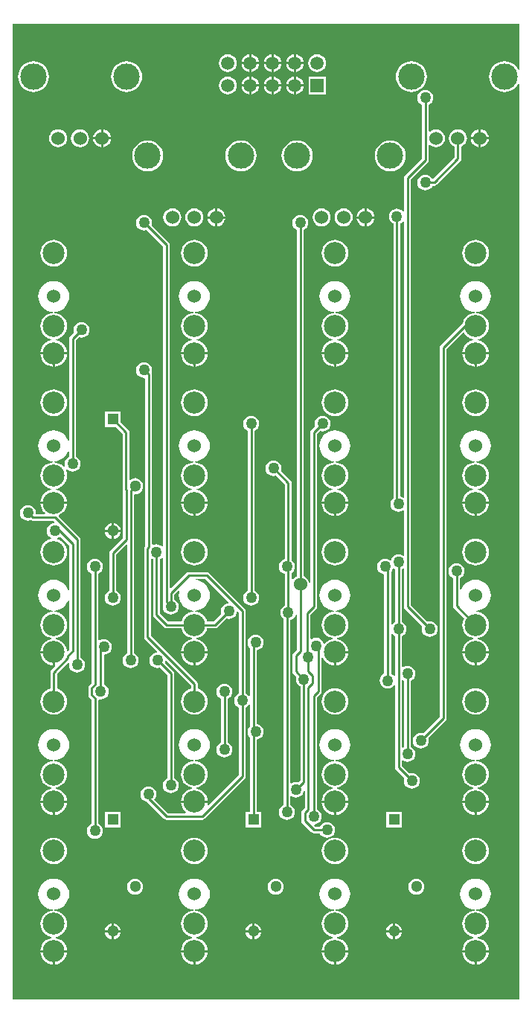
<source format=gtl>
G04 Layer_Physical_Order=1*
G04 Layer_Color=255*
%FSLAX25Y25*%
%MOIN*%
G70*
G01*
G75*
%ADD10C,0.01000*%
%ADD11C,0.09843*%
%ADD12C,0.06000*%
%ADD13C,0.11811*%
%ADD14C,0.05906*%
%ADD15R,0.05906X0.05906*%
%ADD16R,0.05118X0.05118*%
%ADD17C,0.05118*%
%ADD18C,0.05000*%
G36*
X114173Y198070D02*
X113673Y197945D01*
X113250Y198737D01*
X112387Y199788D01*
X111335Y200651D01*
X110136Y201293D01*
X108834Y201688D01*
X107480Y201821D01*
X106127Y201688D01*
X104825Y201293D01*
X103625Y200651D01*
X102574Y199788D01*
X101711Y198737D01*
X101070Y197537D01*
X100675Y196236D01*
X100541Y194882D01*
X100675Y193528D01*
X101070Y192227D01*
X101711Y191027D01*
X102574Y189975D01*
X103625Y189112D01*
X104825Y188471D01*
X106127Y188076D01*
X107480Y187943D01*
X108834Y188076D01*
X110136Y188471D01*
X111335Y189112D01*
X112387Y189975D01*
X113250Y191027D01*
X113673Y191819D01*
X114173Y191694D01*
Y-218504D01*
X-112848D01*
Y218332D01*
X-112706Y218504D01*
X114173D01*
Y198070D01*
D02*
G37*
%LPC*%
G36*
X100389Y-63413D02*
X94988D01*
Y-68814D01*
X95649Y-68749D01*
X96765Y-68410D01*
X97794Y-67861D01*
X98695Y-67121D01*
X99435Y-66219D01*
X99985Y-65190D01*
X100324Y-64074D01*
X100389Y-63413D01*
D02*
G37*
G36*
X93988D02*
X88587D01*
X88653Y-64074D01*
X88991Y-65190D01*
X89541Y-66219D01*
X90281Y-67121D01*
X91183Y-67861D01*
X92211Y-68410D01*
X93327Y-68749D01*
X93988Y-68814D01*
Y-63413D01*
D02*
G37*
G36*
X-25595D02*
X-30996D01*
Y-68814D01*
X-30335Y-68749D01*
X-29219Y-68410D01*
X-28190Y-67861D01*
X-27289Y-67121D01*
X-26549Y-66219D01*
X-25999Y-65190D01*
X-25660Y-64074D01*
X-25595Y-63413D01*
D02*
G37*
G36*
X37397D02*
X31996D01*
Y-68814D01*
X32657Y-68749D01*
X33773Y-68410D01*
X34802Y-67861D01*
X35703Y-67121D01*
X36443Y-66219D01*
X36993Y-65190D01*
X37332Y-64074D01*
X37397Y-63413D01*
D02*
G37*
G36*
X31496Y-12082D02*
X30335Y-12196D01*
X29219Y-12535D01*
X28190Y-13084D01*
X27289Y-13824D01*
X26549Y-14726D01*
X25999Y-15755D01*
X25660Y-16871D01*
X25546Y-18032D01*
X25660Y-19192D01*
X25999Y-20308D01*
X26549Y-21337D01*
X27289Y-22239D01*
X28190Y-22979D01*
X29219Y-23528D01*
X30335Y-23867D01*
X31496Y-23981D01*
X32657Y-23867D01*
X33773Y-23528D01*
X34802Y-22979D01*
X35703Y-22239D01*
X36443Y-21337D01*
X36993Y-20308D01*
X37332Y-19192D01*
X37446Y-18032D01*
X37332Y-16871D01*
X36993Y-15755D01*
X36443Y-14726D01*
X35703Y-13824D01*
X34802Y-13084D01*
X33773Y-12535D01*
X32657Y-12196D01*
X31496Y-12082D01*
D02*
G37*
G36*
X94488D02*
X93327Y-12196D01*
X92211Y-12535D01*
X91183Y-13084D01*
X90281Y-13824D01*
X89541Y-14726D01*
X88991Y-15755D01*
X88653Y-16871D01*
X88538Y-18032D01*
X88653Y-19192D01*
X88991Y-20308D01*
X89541Y-21337D01*
X90281Y-22239D01*
X91183Y-22979D01*
X92211Y-23528D01*
X93327Y-23867D01*
X94488Y-23981D01*
X95649Y-23867D01*
X96765Y-23528D01*
X97794Y-22979D01*
X98695Y-22239D01*
X99435Y-21337D01*
X99985Y-20308D01*
X100324Y-19192D01*
X100438Y-18032D01*
X100324Y-16871D01*
X99985Y-15755D01*
X99435Y-14726D01*
X98695Y-13824D01*
X97794Y-13084D01*
X96765Y-12535D01*
X95649Y-12196D01*
X94488Y-12082D01*
D02*
G37*
G36*
X-31496D02*
X-32657Y-12196D01*
X-33773Y-12535D01*
X-34802Y-13084D01*
X-35703Y-13824D01*
X-36443Y-14726D01*
X-36993Y-15755D01*
X-37332Y-16871D01*
X-37446Y-18032D01*
X-37332Y-19192D01*
X-36993Y-20308D01*
X-36443Y-21337D01*
X-35703Y-22239D01*
X-34802Y-22979D01*
X-33773Y-23528D01*
X-32657Y-23867D01*
X-31496Y-23981D01*
X-30335Y-23867D01*
X-29219Y-23528D01*
X-28190Y-22979D01*
X-27289Y-22239D01*
X-26549Y-21337D01*
X-25999Y-20308D01*
X-25660Y-19192D01*
X-25546Y-18032D01*
X-25660Y-16871D01*
X-25999Y-15755D01*
X-26549Y-14726D01*
X-27289Y-13824D01*
X-28190Y-13084D01*
X-29219Y-12535D01*
X-30335Y-12196D01*
X-31496Y-12082D01*
D02*
G37*
G36*
X86016Y-22974D02*
X85102Y-23094D01*
X84251Y-23447D01*
X83520Y-24008D01*
X82959Y-24739D01*
X82606Y-25590D01*
X82486Y-26504D01*
X82606Y-27418D01*
X82959Y-28269D01*
X83520Y-29000D01*
X84251Y-29561D01*
X84486Y-29659D01*
Y-42236D01*
X84603Y-42821D01*
X84934Y-43318D01*
X89359Y-47743D01*
X88991Y-48432D01*
X88653Y-49548D01*
X88538Y-50709D01*
X88653Y-51869D01*
X88991Y-52986D01*
X89541Y-54014D01*
X90281Y-54916D01*
X91183Y-55656D01*
X92211Y-56206D01*
X93327Y-56544D01*
X93485Y-56560D01*
Y-57062D01*
X93327Y-57078D01*
X92211Y-57416D01*
X91183Y-57966D01*
X90281Y-58706D01*
X89541Y-59608D01*
X88991Y-60637D01*
X88653Y-61753D01*
X88587Y-62413D01*
X100389D01*
X100324Y-61753D01*
X99985Y-60637D01*
X99435Y-59608D01*
X98695Y-58706D01*
X97794Y-57966D01*
X96765Y-57416D01*
X95649Y-57078D01*
X95491Y-57062D01*
Y-56560D01*
X95649Y-56544D01*
X96765Y-56206D01*
X97794Y-55656D01*
X98695Y-54916D01*
X99435Y-54014D01*
X99985Y-52986D01*
X100324Y-51869D01*
X100438Y-50709D01*
X100324Y-49548D01*
X99985Y-48432D01*
X99435Y-47403D01*
X98695Y-46501D01*
X97794Y-45761D01*
X96765Y-45212D01*
X95649Y-44873D01*
X94915Y-44801D01*
Y-44298D01*
X95842Y-44207D01*
X97144Y-43812D01*
X98343Y-43171D01*
X99395Y-42308D01*
X100258Y-41257D01*
X100899Y-40057D01*
X101294Y-38755D01*
X101427Y-37402D01*
X101294Y-36048D01*
X100899Y-34746D01*
X100258Y-33547D01*
X99395Y-32495D01*
X98343Y-31632D01*
X97144Y-30991D01*
X95842Y-30596D01*
X94488Y-30463D01*
X93134Y-30596D01*
X91833Y-30991D01*
X90633Y-31632D01*
X89582Y-32495D01*
X88719Y-33547D01*
X88077Y-34746D01*
X88045Y-34853D01*
X87545Y-34778D01*
Y-29659D01*
X87781Y-29561D01*
X88512Y-29000D01*
X89073Y-28269D01*
X89426Y-27418D01*
X89546Y-26504D01*
X89426Y-25590D01*
X89073Y-24739D01*
X88512Y-24008D01*
X87781Y-23447D01*
X86929Y-23094D01*
X86016Y-22974D01*
D02*
G37*
G36*
X-5984Y43026D02*
X-6898Y42906D01*
X-7749Y42553D01*
X-8480Y41992D01*
X-9042Y41261D01*
X-9394Y40410D01*
X-9514Y39496D01*
X-9394Y38582D01*
X-9042Y37731D01*
X-8480Y37000D01*
X-7749Y36439D01*
X-7514Y36341D01*
Y-35349D01*
X-7749Y-35447D01*
X-8480Y-36008D01*
X-9042Y-36739D01*
X-9394Y-37590D01*
X-9514Y-38504D01*
X-9394Y-39418D01*
X-9042Y-40269D01*
X-8480Y-41000D01*
X-7749Y-41561D01*
X-6898Y-41914D01*
X-5984Y-42034D01*
X-5071Y-41914D01*
X-4219Y-41561D01*
X-3488Y-41000D01*
X-2927Y-40269D01*
X-2574Y-39418D01*
X-2454Y-38504D01*
X-2574Y-37590D01*
X-2927Y-36739D01*
X-3488Y-36008D01*
X-4219Y-35447D01*
X-4455Y-35349D01*
Y36341D01*
X-4219Y36439D01*
X-3488Y37000D01*
X-2927Y37731D01*
X-2574Y38582D01*
X-2454Y39496D01*
X-2574Y40410D01*
X-2927Y41261D01*
X-3488Y41992D01*
X-4219Y42553D01*
X-5071Y42906D01*
X-5984Y43026D01*
D02*
G37*
G36*
X-31996Y-63413D02*
X-37397D01*
X-37332Y-64074D01*
X-36993Y-65190D01*
X-36443Y-66219D01*
X-35703Y-67121D01*
X-34802Y-67861D01*
X-33773Y-68410D01*
X-32657Y-68749D01*
X-31996Y-68814D01*
Y-63413D01*
D02*
G37*
G36*
X31496Y-97392D02*
X30142Y-97525D01*
X28841Y-97920D01*
X27641Y-98561D01*
X26590Y-99424D01*
X25727Y-100476D01*
X25085Y-101675D01*
X24690Y-102977D01*
X24557Y-104331D01*
X24690Y-105684D01*
X25085Y-106986D01*
X25727Y-108186D01*
X26590Y-109237D01*
X27641Y-110100D01*
X28841Y-110741D01*
X30142Y-111136D01*
X31069Y-111228D01*
Y-111730D01*
X30335Y-111802D01*
X29219Y-112141D01*
X28190Y-112691D01*
X27289Y-113431D01*
X26549Y-114332D01*
X25999Y-115361D01*
X25660Y-116477D01*
X25546Y-117638D01*
X25660Y-118799D01*
X25999Y-119915D01*
X26549Y-120943D01*
X27289Y-121845D01*
X28190Y-122585D01*
X29219Y-123135D01*
X30335Y-123473D01*
X30493Y-123489D01*
Y-123991D01*
X30335Y-124007D01*
X29219Y-124346D01*
X28190Y-124895D01*
X27289Y-125635D01*
X26549Y-126537D01*
X25999Y-127566D01*
X25660Y-128682D01*
X25595Y-129342D01*
X37397D01*
X37332Y-128682D01*
X36993Y-127566D01*
X36443Y-126537D01*
X35703Y-125635D01*
X34802Y-124895D01*
X33773Y-124346D01*
X32657Y-124007D01*
X32499Y-123991D01*
Y-123489D01*
X32657Y-123473D01*
X33773Y-123135D01*
X34802Y-122585D01*
X35703Y-121845D01*
X36443Y-120943D01*
X36993Y-119915D01*
X37332Y-118799D01*
X37446Y-117638D01*
X37332Y-116477D01*
X36993Y-115361D01*
X36443Y-114332D01*
X35703Y-113431D01*
X34802Y-112691D01*
X33773Y-112141D01*
X32657Y-111802D01*
X31923Y-111730D01*
Y-111228D01*
X32850Y-111136D01*
X34152Y-110741D01*
X35351Y-110100D01*
X36403Y-109237D01*
X37266Y-108186D01*
X37907Y-106986D01*
X38302Y-105684D01*
X38435Y-104331D01*
X38302Y-102977D01*
X37907Y-101675D01*
X37266Y-100476D01*
X36403Y-99424D01*
X35351Y-98561D01*
X34152Y-97920D01*
X32850Y-97525D01*
X31496Y-97392D01*
D02*
G37*
G36*
X94488D02*
X93134Y-97525D01*
X91833Y-97920D01*
X90633Y-98561D01*
X89582Y-99424D01*
X88719Y-100476D01*
X88077Y-101675D01*
X87683Y-102977D01*
X87549Y-104331D01*
X87683Y-105684D01*
X88077Y-106986D01*
X88719Y-108186D01*
X89582Y-109237D01*
X90633Y-110100D01*
X91833Y-110741D01*
X93134Y-111136D01*
X94061Y-111228D01*
Y-111730D01*
X93327Y-111802D01*
X92211Y-112141D01*
X91183Y-112691D01*
X90281Y-113431D01*
X89541Y-114332D01*
X88991Y-115361D01*
X88653Y-116477D01*
X88538Y-117638D01*
X88653Y-118799D01*
X88991Y-119915D01*
X89541Y-120943D01*
X90281Y-121845D01*
X91183Y-122585D01*
X92211Y-123135D01*
X93327Y-123473D01*
X93485Y-123489D01*
Y-123991D01*
X93327Y-124007D01*
X92211Y-124346D01*
X91183Y-124895D01*
X90281Y-125635D01*
X89541Y-126537D01*
X88991Y-127566D01*
X88653Y-128682D01*
X88587Y-129342D01*
X100389D01*
X100324Y-128682D01*
X99985Y-127566D01*
X99435Y-126537D01*
X98695Y-125635D01*
X97794Y-124895D01*
X96765Y-124346D01*
X95649Y-124007D01*
X95491Y-123991D01*
Y-123489D01*
X95649Y-123473D01*
X96765Y-123135D01*
X97794Y-122585D01*
X98695Y-121845D01*
X99435Y-120943D01*
X99985Y-119915D01*
X100324Y-118799D01*
X100438Y-117638D01*
X100324Y-116477D01*
X99985Y-115361D01*
X99435Y-114332D01*
X98695Y-113431D01*
X97794Y-112691D01*
X96765Y-112141D01*
X95649Y-111802D01*
X94915Y-111730D01*
Y-111228D01*
X95842Y-111136D01*
X97144Y-110741D01*
X98343Y-110100D01*
X99395Y-109237D01*
X100258Y-108186D01*
X100899Y-106986D01*
X101294Y-105684D01*
X101427Y-104331D01*
X101294Y-102977D01*
X100899Y-101675D01*
X100258Y-100476D01*
X99395Y-99424D01*
X98343Y-98561D01*
X97144Y-97920D01*
X95842Y-97525D01*
X94488Y-97392D01*
D02*
G37*
G36*
X-94488D02*
X-95842Y-97525D01*
X-97144Y-97920D01*
X-98343Y-98561D01*
X-99395Y-99424D01*
X-100258Y-100476D01*
X-100899Y-101675D01*
X-101294Y-102977D01*
X-101427Y-104331D01*
X-101294Y-105684D01*
X-100899Y-106986D01*
X-100258Y-108186D01*
X-99395Y-109237D01*
X-98343Y-110100D01*
X-97144Y-110741D01*
X-95842Y-111136D01*
X-94915Y-111228D01*
Y-111730D01*
X-95649Y-111802D01*
X-96765Y-112141D01*
X-97794Y-112691D01*
X-98695Y-113431D01*
X-99435Y-114332D01*
X-99985Y-115361D01*
X-100324Y-116477D01*
X-100438Y-117638D01*
X-100324Y-118799D01*
X-99985Y-119915D01*
X-99435Y-120943D01*
X-98695Y-121845D01*
X-97794Y-122585D01*
X-96765Y-123135D01*
X-95649Y-123473D01*
X-95491Y-123489D01*
Y-123991D01*
X-95649Y-124007D01*
X-96765Y-124346D01*
X-97794Y-124895D01*
X-98695Y-125635D01*
X-99435Y-126537D01*
X-99985Y-127566D01*
X-100324Y-128682D01*
X-100389Y-129342D01*
X-88587D01*
X-88653Y-128682D01*
X-88991Y-127566D01*
X-89541Y-126537D01*
X-90281Y-125635D01*
X-91183Y-124895D01*
X-92211Y-124346D01*
X-93327Y-124007D01*
X-93485Y-123991D01*
Y-123489D01*
X-93327Y-123473D01*
X-92211Y-123135D01*
X-91183Y-122585D01*
X-90281Y-121845D01*
X-89541Y-120943D01*
X-88991Y-119915D01*
X-88653Y-118799D01*
X-88538Y-117638D01*
X-88653Y-116477D01*
X-88991Y-115361D01*
X-89541Y-114332D01*
X-90281Y-113431D01*
X-91183Y-112691D01*
X-92211Y-112141D01*
X-93327Y-111802D01*
X-94061Y-111730D01*
Y-111228D01*
X-93134Y-111136D01*
X-91833Y-110741D01*
X-90633Y-110100D01*
X-89582Y-109237D01*
X-88719Y-108186D01*
X-88077Y-106986D01*
X-87683Y-105684D01*
X-87549Y-104331D01*
X-87683Y-102977D01*
X-88077Y-101675D01*
X-88719Y-100476D01*
X-89582Y-99424D01*
X-90633Y-98561D01*
X-91833Y-97920D01*
X-93134Y-97525D01*
X-94488Y-97392D01*
D02*
G37*
G36*
X-31496D02*
X-32850Y-97525D01*
X-34152Y-97920D01*
X-35351Y-98561D01*
X-36403Y-99424D01*
X-37266Y-100476D01*
X-37907Y-101675D01*
X-38302Y-102977D01*
X-38435Y-104331D01*
X-38302Y-105684D01*
X-37907Y-106986D01*
X-37266Y-108186D01*
X-36403Y-109237D01*
X-35351Y-110100D01*
X-34152Y-110741D01*
X-32850Y-111136D01*
X-31923Y-111228D01*
Y-111730D01*
X-32657Y-111802D01*
X-33773Y-112141D01*
X-34802Y-112691D01*
X-35703Y-113431D01*
X-36443Y-114332D01*
X-36993Y-115361D01*
X-37332Y-116477D01*
X-37446Y-117638D01*
X-37332Y-118799D01*
X-36993Y-119915D01*
X-36443Y-120943D01*
X-35703Y-121845D01*
X-34802Y-122585D01*
X-33773Y-123135D01*
X-32657Y-123473D01*
X-32499Y-123489D01*
Y-123991D01*
X-32657Y-124007D01*
X-33773Y-124346D01*
X-34802Y-124895D01*
X-35703Y-125635D01*
X-36443Y-126537D01*
X-36993Y-127566D01*
X-37332Y-128682D01*
X-37397Y-129342D01*
X-25595D01*
X-25660Y-128682D01*
X-25999Y-127566D01*
X-26549Y-126537D01*
X-27289Y-125635D01*
X-28190Y-124895D01*
X-29219Y-124346D01*
X-30335Y-124007D01*
X-30493Y-123991D01*
Y-123489D01*
X-30335Y-123473D01*
X-29219Y-123135D01*
X-28190Y-122585D01*
X-27289Y-121845D01*
X-26549Y-120943D01*
X-25999Y-119915D01*
X-25660Y-118799D01*
X-25546Y-117638D01*
X-25660Y-116477D01*
X-25999Y-115361D01*
X-26549Y-114332D01*
X-27289Y-113431D01*
X-28190Y-112691D01*
X-29219Y-112141D01*
X-30335Y-111802D01*
X-31069Y-111730D01*
Y-111228D01*
X-30142Y-111136D01*
X-28841Y-110741D01*
X-27641Y-110100D01*
X-26590Y-109237D01*
X-25727Y-108186D01*
X-25085Y-106986D01*
X-24690Y-105684D01*
X-24557Y-104331D01*
X-24690Y-102977D01*
X-25085Y-101675D01*
X-25727Y-100476D01*
X-26590Y-99424D01*
X-27641Y-98561D01*
X-28841Y-97920D01*
X-30142Y-97525D01*
X-31496Y-97392D01*
D02*
G37*
G36*
X-17984Y-76974D02*
X-18898Y-77094D01*
X-19749Y-77447D01*
X-20481Y-78008D01*
X-21042Y-78739D01*
X-21394Y-79590D01*
X-21514Y-80504D01*
X-21394Y-81418D01*
X-21042Y-82269D01*
X-20481Y-83000D01*
X-19749Y-83561D01*
X-19514Y-83659D01*
Y-103349D01*
X-19749Y-103447D01*
X-20481Y-104008D01*
X-21042Y-104739D01*
X-21394Y-105590D01*
X-21514Y-106504D01*
X-21394Y-107418D01*
X-21042Y-108269D01*
X-20481Y-109000D01*
X-19749Y-109561D01*
X-18898Y-109914D01*
X-17984Y-110034D01*
X-17071Y-109914D01*
X-16219Y-109561D01*
X-15488Y-109000D01*
X-14927Y-108269D01*
X-14574Y-107418D01*
X-14454Y-106504D01*
X-14574Y-105590D01*
X-14927Y-104739D01*
X-15488Y-104008D01*
X-16219Y-103447D01*
X-16455Y-103349D01*
Y-83659D01*
X-16219Y-83561D01*
X-15488Y-83000D01*
X-14927Y-82269D01*
X-14574Y-81418D01*
X-14454Y-80504D01*
X-14574Y-79590D01*
X-14927Y-78739D01*
X-15488Y-78008D01*
X-16219Y-77447D01*
X-17071Y-77094D01*
X-17984Y-76974D01*
D02*
G37*
G36*
X-75984Y-20974D02*
X-76898Y-21094D01*
X-77749Y-21447D01*
X-78480Y-22008D01*
X-79041Y-22739D01*
X-79394Y-23590D01*
X-79514Y-24504D01*
X-79394Y-25418D01*
X-79041Y-26269D01*
X-78480Y-27000D01*
X-77749Y-27561D01*
X-77514Y-27659D01*
Y-76828D01*
X-78452Y-77766D01*
X-78783Y-78262D01*
X-78900Y-78847D01*
Y-82161D01*
X-78783Y-82746D01*
X-78452Y-83242D01*
X-77514Y-84180D01*
Y-139759D01*
X-77749Y-139856D01*
X-78480Y-140417D01*
X-79041Y-141148D01*
X-79394Y-142000D01*
X-79514Y-142913D01*
X-79394Y-143827D01*
X-79041Y-144678D01*
X-78480Y-145410D01*
X-77749Y-145971D01*
X-76898Y-146323D01*
X-75984Y-146444D01*
X-75071Y-146323D01*
X-74219Y-145971D01*
X-73488Y-145410D01*
X-72927Y-144678D01*
X-72574Y-143827D01*
X-72454Y-142913D01*
X-72574Y-142000D01*
X-72927Y-141148D01*
X-73488Y-140417D01*
X-74219Y-139856D01*
X-74455Y-139759D01*
Y-84348D01*
X-73955Y-83957D01*
X-73370Y-84034D01*
X-72456Y-83914D01*
X-71605Y-83561D01*
X-70874Y-83000D01*
X-70313Y-82269D01*
X-69960Y-81418D01*
X-69840Y-80504D01*
X-69960Y-79590D01*
X-70313Y-78739D01*
X-70874Y-78008D01*
X-71605Y-77447D01*
X-71841Y-77349D01*
Y-64015D01*
X-71071Y-63914D01*
X-70219Y-63561D01*
X-69488Y-63000D01*
X-68927Y-62269D01*
X-68574Y-61418D01*
X-68454Y-60504D01*
X-68574Y-59590D01*
X-68927Y-58739D01*
X-69488Y-58008D01*
X-70219Y-57447D01*
X-71071Y-57094D01*
X-71984Y-56974D01*
X-72898Y-57094D01*
X-73749Y-57447D01*
X-74006Y-57644D01*
X-74455Y-57423D01*
Y-27659D01*
X-74219Y-27561D01*
X-73488Y-27000D01*
X-72927Y-26269D01*
X-72574Y-25418D01*
X-72454Y-24504D01*
X-72574Y-23590D01*
X-72927Y-22739D01*
X-73488Y-22008D01*
X-74219Y-21447D01*
X-75071Y-21094D01*
X-75984Y-20974D01*
D02*
G37*
G36*
X-94988Y-63413D02*
X-100389D01*
X-100324Y-64074D01*
X-99985Y-65190D01*
X-99435Y-66219D01*
X-98695Y-67121D01*
X-97794Y-67861D01*
X-96765Y-68410D01*
X-95649Y-68749D01*
X-94988Y-68814D01*
Y-63413D01*
D02*
G37*
G36*
X31496Y-79011D02*
X30335Y-79125D01*
X29219Y-79464D01*
X28190Y-80014D01*
X27289Y-80753D01*
X26549Y-81655D01*
X25999Y-82684D01*
X25660Y-83800D01*
X25546Y-84961D01*
X25660Y-86121D01*
X25999Y-87238D01*
X26549Y-88266D01*
X27289Y-89168D01*
X28190Y-89908D01*
X29219Y-90458D01*
X30335Y-90796D01*
X31496Y-90911D01*
X32657Y-90796D01*
X33773Y-90458D01*
X34802Y-89908D01*
X35703Y-89168D01*
X36443Y-88266D01*
X36993Y-87238D01*
X37332Y-86121D01*
X37446Y-84961D01*
X37332Y-83800D01*
X36993Y-82684D01*
X36443Y-81655D01*
X35703Y-80753D01*
X34802Y-80014D01*
X33773Y-79464D01*
X32657Y-79125D01*
X31496Y-79011D01*
D02*
G37*
G36*
X94488D02*
X93327Y-79125D01*
X92211Y-79464D01*
X91183Y-80014D01*
X90281Y-80753D01*
X89541Y-81655D01*
X88991Y-82684D01*
X88653Y-83800D01*
X88538Y-84961D01*
X88653Y-86121D01*
X88991Y-87238D01*
X89541Y-88266D01*
X90281Y-89168D01*
X91183Y-89908D01*
X92211Y-90458D01*
X93327Y-90796D01*
X94488Y-90911D01*
X95649Y-90796D01*
X96765Y-90458D01*
X97794Y-89908D01*
X98695Y-89168D01*
X99435Y-88266D01*
X99985Y-87238D01*
X100324Y-86121D01*
X100438Y-84961D01*
X100324Y-83800D01*
X99985Y-82684D01*
X99435Y-81655D01*
X98695Y-80753D01*
X97794Y-80014D01*
X96765Y-79464D01*
X95649Y-79125D01*
X94488Y-79011D01*
D02*
G37*
G36*
X-31496Y36467D02*
X-32850Y36333D01*
X-34152Y35938D01*
X-35351Y35297D01*
X-36403Y34434D01*
X-37266Y33383D01*
X-37907Y32183D01*
X-38302Y30881D01*
X-38435Y29528D01*
X-38302Y28174D01*
X-37907Y26872D01*
X-37266Y25673D01*
X-36403Y24621D01*
X-35351Y23758D01*
X-34152Y23117D01*
X-32850Y22722D01*
X-31923Y22631D01*
Y22128D01*
X-32657Y22056D01*
X-33773Y21718D01*
X-34802Y21168D01*
X-35703Y20428D01*
X-36443Y19526D01*
X-36993Y18497D01*
X-37332Y17381D01*
X-37446Y16220D01*
X-37332Y15060D01*
X-36993Y13943D01*
X-36443Y12915D01*
X-35703Y12013D01*
X-34802Y11273D01*
X-33773Y10723D01*
X-32657Y10385D01*
X-32499Y10369D01*
Y9867D01*
X-32657Y9851D01*
X-33773Y9513D01*
X-34802Y8963D01*
X-35703Y8223D01*
X-36443Y7321D01*
X-36993Y6293D01*
X-37332Y5176D01*
X-37397Y4516D01*
X-25595D01*
X-25660Y5176D01*
X-25999Y6293D01*
X-26549Y7321D01*
X-27289Y8223D01*
X-28190Y8963D01*
X-29219Y9513D01*
X-30335Y9851D01*
X-30493Y9867D01*
Y10369D01*
X-30335Y10385D01*
X-29219Y10723D01*
X-28190Y11273D01*
X-27289Y12013D01*
X-26549Y12915D01*
X-25999Y13943D01*
X-25660Y15060D01*
X-25546Y16220D01*
X-25660Y17381D01*
X-25999Y18497D01*
X-26549Y19526D01*
X-27289Y20428D01*
X-28190Y21168D01*
X-29219Y21718D01*
X-30335Y22056D01*
X-31069Y22128D01*
Y22631D01*
X-30142Y22722D01*
X-28841Y23117D01*
X-27641Y23758D01*
X-26590Y24621D01*
X-25727Y25673D01*
X-25085Y26872D01*
X-24690Y28174D01*
X-24557Y29528D01*
X-24690Y30881D01*
X-25085Y32183D01*
X-25727Y33383D01*
X-26590Y34434D01*
X-27641Y35297D01*
X-28841Y35938D01*
X-30142Y36333D01*
X-31496Y36467D01*
D02*
G37*
G36*
X31496D02*
X30142Y36333D01*
X28841Y35938D01*
X27641Y35297D01*
X26590Y34434D01*
X25727Y33383D01*
X25085Y32183D01*
X24690Y30881D01*
X24557Y29528D01*
X24690Y28174D01*
X25085Y26872D01*
X25727Y25673D01*
X26590Y24621D01*
X27641Y23758D01*
X28841Y23117D01*
X30142Y22722D01*
X31069Y22631D01*
Y22128D01*
X30335Y22056D01*
X29219Y21718D01*
X28190Y21168D01*
X27289Y20428D01*
X26549Y19526D01*
X25999Y18497D01*
X25660Y17381D01*
X25546Y16220D01*
X25660Y15060D01*
X25999Y13943D01*
X26549Y12915D01*
X27289Y12013D01*
X28190Y11273D01*
X29219Y10723D01*
X30335Y10385D01*
X30493Y10369D01*
Y9867D01*
X30335Y9851D01*
X29219Y9513D01*
X28190Y8963D01*
X27289Y8223D01*
X26549Y7321D01*
X25999Y6293D01*
X25660Y5176D01*
X25595Y4516D01*
X37397D01*
X37332Y5176D01*
X36993Y6293D01*
X36443Y7321D01*
X35703Y8223D01*
X34802Y8963D01*
X33773Y9513D01*
X32657Y9851D01*
X32499Y9867D01*
Y10369D01*
X32657Y10385D01*
X33773Y10723D01*
X34802Y11273D01*
X35703Y12013D01*
X36443Y12915D01*
X36993Y13943D01*
X37332Y15060D01*
X37446Y16220D01*
X37332Y17381D01*
X36993Y18497D01*
X36443Y19526D01*
X35703Y20428D01*
X34802Y21168D01*
X33773Y21718D01*
X32657Y22056D01*
X31923Y22128D01*
Y22631D01*
X32850Y22722D01*
X34152Y23117D01*
X35351Y23758D01*
X36403Y24621D01*
X37266Y25673D01*
X37907Y26872D01*
X38302Y28174D01*
X38435Y29528D01*
X38302Y30881D01*
X37907Y32183D01*
X37266Y33383D01*
X36403Y34434D01*
X35351Y35297D01*
X34152Y35938D01*
X32850Y36333D01*
X31496Y36467D01*
D02*
G37*
G36*
X100389Y3516D02*
X94988D01*
Y-1885D01*
X95649Y-1820D01*
X96765Y-1481D01*
X97794Y-931D01*
X98695Y-192D01*
X99435Y710D01*
X99985Y1739D01*
X100324Y2855D01*
X100389Y3516D01*
D02*
G37*
G36*
X-88587D02*
X-100389D01*
X-100324Y2855D01*
X-99985Y1739D01*
X-99435Y710D01*
X-98695Y-192D01*
X-98351Y-475D01*
X-98529Y-974D01*
X-102137D01*
X-102466Y-599D01*
X-102454Y-504D01*
X-102574Y410D01*
X-102927Y1261D01*
X-103488Y1992D01*
X-104219Y2553D01*
X-105071Y2906D01*
X-105984Y3026D01*
X-106898Y2906D01*
X-107749Y2553D01*
X-108481Y1992D01*
X-109042Y1261D01*
X-109394Y410D01*
X-109514Y-504D01*
X-109394Y-1418D01*
X-109042Y-2269D01*
X-108481Y-3000D01*
X-107749Y-3561D01*
X-106898Y-3914D01*
X-105984Y-4034D01*
X-105071Y-3914D01*
X-104764Y-3787D01*
X-104569Y-3917D01*
X-103984Y-4033D01*
X-94618D01*
X-94159Y-4492D01*
X-94338Y-5020D01*
X-94898Y-5094D01*
X-95749Y-5447D01*
X-96481Y-6008D01*
X-97041Y-6739D01*
X-97394Y-7590D01*
X-97514Y-8504D01*
X-97394Y-9418D01*
X-97041Y-10269D01*
X-96481Y-11000D01*
X-95749Y-11561D01*
X-95472Y-11676D01*
X-95548Y-12186D01*
X-95649Y-12196D01*
X-96765Y-12535D01*
X-97794Y-13084D01*
X-98695Y-13824D01*
X-99435Y-14726D01*
X-99985Y-15755D01*
X-100324Y-16871D01*
X-100438Y-18032D01*
X-100324Y-19192D01*
X-99985Y-20308D01*
X-99435Y-21337D01*
X-98695Y-22239D01*
X-97794Y-22979D01*
X-96765Y-23528D01*
X-95649Y-23867D01*
X-94488Y-23981D01*
X-93327Y-23867D01*
X-92211Y-23528D01*
X-91183Y-22979D01*
X-90281Y-22239D01*
X-89541Y-21337D01*
X-88991Y-20308D01*
X-88653Y-19192D01*
X-88538Y-18032D01*
X-88653Y-16871D01*
X-88991Y-15755D01*
X-89541Y-14726D01*
X-90281Y-13824D01*
X-91183Y-13084D01*
X-92211Y-12535D01*
X-92818Y-12350D01*
X-92844Y-11820D01*
X-92219Y-11561D01*
X-91580Y-11071D01*
X-87514Y-15137D01*
Y-34882D01*
X-88014Y-34956D01*
X-88077Y-34746D01*
X-88719Y-33547D01*
X-89582Y-32495D01*
X-90633Y-31632D01*
X-91833Y-30991D01*
X-93134Y-30596D01*
X-94488Y-30463D01*
X-95842Y-30596D01*
X-97144Y-30991D01*
X-98343Y-31632D01*
X-99395Y-32495D01*
X-100258Y-33547D01*
X-100899Y-34746D01*
X-101294Y-36048D01*
X-101427Y-37402D01*
X-101294Y-38755D01*
X-100899Y-40057D01*
X-100258Y-41257D01*
X-99395Y-42308D01*
X-98343Y-43171D01*
X-97144Y-43812D01*
X-95842Y-44207D01*
X-94915Y-44298D01*
Y-44801D01*
X-95649Y-44873D01*
X-96765Y-45212D01*
X-97794Y-45761D01*
X-98695Y-46501D01*
X-99435Y-47403D01*
X-99985Y-48432D01*
X-100324Y-49548D01*
X-100438Y-50709D01*
X-100324Y-51869D01*
X-99985Y-52986D01*
X-99435Y-54014D01*
X-98695Y-54916D01*
X-97794Y-55656D01*
X-96765Y-56206D01*
X-95649Y-56544D01*
X-95491Y-56560D01*
Y-57062D01*
X-95649Y-57078D01*
X-96765Y-57416D01*
X-97794Y-57966D01*
X-98695Y-58706D01*
X-99435Y-59608D01*
X-99985Y-60637D01*
X-100324Y-61753D01*
X-100389Y-62413D01*
X-94488D01*
Y-62913D01*
X-93988D01*
Y-69178D01*
X-93939Y-69282D01*
X-95570Y-70913D01*
X-95901Y-71409D01*
X-96018Y-71994D01*
Y-79237D01*
X-96765Y-79464D01*
X-97794Y-80014D01*
X-98695Y-80753D01*
X-99435Y-81655D01*
X-99985Y-82684D01*
X-100324Y-83800D01*
X-100438Y-84961D01*
X-100324Y-86121D01*
X-99985Y-87238D01*
X-99435Y-88266D01*
X-98695Y-89168D01*
X-97794Y-89908D01*
X-96765Y-90458D01*
X-95649Y-90796D01*
X-94488Y-90911D01*
X-93327Y-90796D01*
X-92211Y-90458D01*
X-91183Y-89908D01*
X-90281Y-89168D01*
X-89541Y-88266D01*
X-88991Y-87238D01*
X-88653Y-86121D01*
X-88538Y-84961D01*
X-88653Y-83800D01*
X-88991Y-82684D01*
X-89541Y-81655D01*
X-90281Y-80753D01*
X-91183Y-80014D01*
X-92211Y-79464D01*
X-92959Y-79237D01*
Y-72628D01*
X-87895Y-67564D01*
X-87422Y-67798D01*
X-87514Y-68504D01*
X-87394Y-69418D01*
X-87041Y-70269D01*
X-86480Y-71000D01*
X-85749Y-71561D01*
X-84898Y-71914D01*
X-83984Y-72034D01*
X-83071Y-71914D01*
X-82219Y-71561D01*
X-81488Y-71000D01*
X-80927Y-70269D01*
X-80574Y-69418D01*
X-80454Y-68504D01*
X-80574Y-67590D01*
X-80927Y-66739D01*
X-81488Y-66008D01*
X-82219Y-65447D01*
X-82455Y-65349D01*
Y-12504D01*
X-82571Y-11919D01*
X-82903Y-11423D01*
X-92353Y-1972D01*
X-92278Y-1672D01*
X-92163Y-1455D01*
X-91183Y-931D01*
X-90281Y-192D01*
X-89541Y710D01*
X-88991Y1739D01*
X-88653Y2855D01*
X-88587Y3516D01*
D02*
G37*
G36*
X94488Y36467D02*
X93134Y36333D01*
X91833Y35938D01*
X90633Y35297D01*
X89582Y34434D01*
X88719Y33383D01*
X88077Y32183D01*
X87683Y30881D01*
X87549Y29528D01*
X87683Y28174D01*
X88077Y26872D01*
X88719Y25673D01*
X89582Y24621D01*
X90633Y23758D01*
X91833Y23117D01*
X93134Y22722D01*
X94061Y22631D01*
Y22128D01*
X93327Y22056D01*
X92211Y21718D01*
X91183Y21168D01*
X90281Y20428D01*
X89541Y19526D01*
X88991Y18497D01*
X88653Y17381D01*
X88538Y16220D01*
X88653Y15060D01*
X88991Y13943D01*
X89541Y12915D01*
X90281Y12013D01*
X91183Y11273D01*
X92211Y10723D01*
X93327Y10385D01*
X93485Y10369D01*
Y9867D01*
X93327Y9851D01*
X92211Y9513D01*
X91183Y8963D01*
X90281Y8223D01*
X89541Y7321D01*
X88991Y6293D01*
X88653Y5176D01*
X88587Y4516D01*
X100389D01*
X100324Y5176D01*
X99985Y6293D01*
X99435Y7321D01*
X98695Y8223D01*
X97794Y8963D01*
X96765Y9513D01*
X95649Y9851D01*
X95491Y9867D01*
Y10369D01*
X95649Y10385D01*
X96765Y10723D01*
X97794Y11273D01*
X98695Y12013D01*
X99435Y12915D01*
X99985Y13943D01*
X100324Y15060D01*
X100438Y16220D01*
X100324Y17381D01*
X99985Y18497D01*
X99435Y19526D01*
X98695Y20428D01*
X97794Y21168D01*
X96765Y21718D01*
X95649Y22056D01*
X94915Y22128D01*
Y22631D01*
X95842Y22722D01*
X97144Y23117D01*
X98343Y23758D01*
X99395Y24621D01*
X100258Y25673D01*
X100899Y26872D01*
X101294Y28174D01*
X101427Y29528D01*
X101294Y30881D01*
X100899Y32183D01*
X100258Y33383D01*
X99395Y34434D01*
X98343Y35297D01*
X97144Y35938D01*
X95842Y36333D01*
X94488Y36467D01*
D02*
G37*
G36*
X-94488Y54848D02*
X-95649Y54733D01*
X-96765Y54395D01*
X-97794Y53845D01*
X-98695Y53105D01*
X-99435Y52203D01*
X-99985Y51175D01*
X-100324Y50058D01*
X-100438Y48898D01*
X-100324Y47737D01*
X-99985Y46621D01*
X-99435Y45592D01*
X-98695Y44690D01*
X-97794Y43951D01*
X-96765Y43401D01*
X-95649Y43062D01*
X-94488Y42948D01*
X-93327Y43062D01*
X-92211Y43401D01*
X-91183Y43951D01*
X-90281Y44690D01*
X-89541Y45592D01*
X-88991Y46621D01*
X-88653Y47737D01*
X-88538Y48898D01*
X-88653Y50058D01*
X-88991Y51175D01*
X-89541Y52203D01*
X-90281Y53105D01*
X-91183Y53845D01*
X-92211Y54395D01*
X-93327Y54733D01*
X-94488Y54848D01*
D02*
G37*
G36*
X-31496D02*
X-32657Y54733D01*
X-33773Y54395D01*
X-34802Y53845D01*
X-35703Y53105D01*
X-36443Y52203D01*
X-36993Y51175D01*
X-37332Y50058D01*
X-37446Y48898D01*
X-37332Y47737D01*
X-36993Y46621D01*
X-36443Y45592D01*
X-35703Y44690D01*
X-34802Y43951D01*
X-33773Y43401D01*
X-32657Y43062D01*
X-31496Y42948D01*
X-30335Y43062D01*
X-29219Y43401D01*
X-28190Y43951D01*
X-27289Y44690D01*
X-26549Y45592D01*
X-25999Y46621D01*
X-25660Y47737D01*
X-25546Y48898D01*
X-25660Y50058D01*
X-25999Y51175D01*
X-26549Y52203D01*
X-27289Y53105D01*
X-28190Y53845D01*
X-29219Y54395D01*
X-30335Y54733D01*
X-31496Y54848D01*
D02*
G37*
G36*
X-64425Y45055D02*
X-71543D01*
Y37937D01*
X-66588D01*
X-63573Y34922D01*
Y9815D01*
X-63514Y9518D01*
Y-11870D01*
X-69066Y-17423D01*
X-69397Y-17919D01*
X-69514Y-18504D01*
Y-35349D01*
X-69749Y-35447D01*
X-70481Y-36008D01*
X-71042Y-36739D01*
X-71394Y-37590D01*
X-71514Y-38504D01*
X-71394Y-39418D01*
X-71042Y-40269D01*
X-70481Y-41000D01*
X-69749Y-41561D01*
X-68898Y-41914D01*
X-67984Y-42034D01*
X-67071Y-41914D01*
X-66219Y-41561D01*
X-65488Y-41000D01*
X-64927Y-40269D01*
X-64574Y-39418D01*
X-64454Y-38504D01*
X-64574Y-37590D01*
X-64927Y-36739D01*
X-65488Y-36008D01*
X-66219Y-35447D01*
X-66455Y-35349D01*
Y-19137D01*
X-61976Y-14658D01*
X-61514Y-14850D01*
Y-63349D01*
X-61749Y-63447D01*
X-62480Y-64008D01*
X-63042Y-64739D01*
X-63394Y-65590D01*
X-63514Y-66504D01*
X-63394Y-67418D01*
X-63042Y-68269D01*
X-62480Y-69000D01*
X-61749Y-69561D01*
X-60898Y-69914D01*
X-59984Y-70034D01*
X-59071Y-69914D01*
X-58219Y-69561D01*
X-57488Y-69000D01*
X-56927Y-68269D01*
X-56574Y-67418D01*
X-56454Y-66504D01*
X-56574Y-65590D01*
X-56927Y-64739D01*
X-57488Y-64008D01*
X-58219Y-63447D01*
X-58455Y-63349D01*
Y7589D01*
X-58079Y7919D01*
X-57984Y7906D01*
X-57055Y8029D01*
X-56189Y8387D01*
X-55446Y8958D01*
X-54875Y9701D01*
X-54517Y10567D01*
X-54395Y11496D01*
X-54517Y12425D01*
X-54875Y13291D01*
X-55446Y14034D01*
X-56189Y14605D01*
X-57055Y14964D01*
X-57984Y15086D01*
X-58913Y14964D01*
X-59779Y14605D01*
X-60066Y14385D01*
X-60514Y14606D01*
Y35555D01*
X-60630Y36140D01*
X-60962Y36637D01*
X-64425Y40100D01*
Y45055D01*
D02*
G37*
G36*
X16016Y133026D02*
X15102Y132906D01*
X14251Y132553D01*
X13520Y131992D01*
X12958Y131261D01*
X12606Y130410D01*
X12486Y129496D01*
X12606Y128582D01*
X12958Y127731D01*
X13520Y127000D01*
X14251Y126439D01*
X14486Y126341D01*
Y-28808D01*
X13998Y-29010D01*
X13163Y-29651D01*
X12659Y-30307D01*
X12159Y-30138D01*
Y-27271D01*
X12512Y-27000D01*
X13073Y-26269D01*
X13426Y-25418D01*
X13546Y-24504D01*
X13426Y-23590D01*
X13073Y-22739D01*
X12512Y-22008D01*
X12159Y-21737D01*
Y12882D01*
X12043Y13467D01*
X11711Y13963D01*
X7328Y18347D01*
X7426Y18582D01*
X7546Y19496D01*
X7426Y20410D01*
X7073Y21261D01*
X6512Y21992D01*
X5781Y22553D01*
X4929Y22906D01*
X4016Y23026D01*
X3102Y22906D01*
X2251Y22553D01*
X1519Y21992D01*
X958Y21261D01*
X606Y20410D01*
X486Y19496D01*
X606Y18582D01*
X958Y17731D01*
X1519Y17000D01*
X2251Y16439D01*
X3102Y16086D01*
X4016Y15966D01*
X4929Y16086D01*
X5165Y16184D01*
X9100Y12248D01*
Y-21095D01*
X8251Y-21447D01*
X7519Y-22008D01*
X6959Y-22739D01*
X6606Y-23590D01*
X6486Y-24504D01*
X6606Y-25418D01*
X6959Y-26269D01*
X7519Y-27000D01*
X8251Y-27561D01*
X9100Y-27913D01*
Y-41963D01*
X8865Y-42061D01*
X8134Y-42622D01*
X7573Y-43353D01*
X7220Y-44204D01*
X7100Y-45118D01*
X7220Y-46032D01*
X7573Y-46883D01*
X8134Y-47614D01*
X8486Y-47885D01*
Y-131349D01*
X8251Y-131447D01*
X7519Y-132008D01*
X6959Y-132739D01*
X6606Y-133590D01*
X6486Y-134504D01*
X6606Y-135418D01*
X6959Y-136269D01*
X7519Y-137000D01*
X8251Y-137561D01*
X9102Y-137914D01*
X10016Y-138034D01*
X10929Y-137914D01*
X11781Y-137561D01*
X12512Y-137000D01*
X13073Y-136269D01*
X13426Y-135418D01*
X13546Y-134504D01*
X13426Y-133590D01*
X13073Y-132739D01*
X12512Y-132008D01*
X11781Y-131447D01*
X11545Y-131349D01*
Y-127585D01*
X11994Y-127364D01*
X12251Y-127561D01*
X13102Y-127914D01*
X14016Y-128034D01*
X14929Y-127914D01*
X15781Y-127561D01*
X16512Y-127000D01*
X17073Y-126269D01*
X17426Y-125418D01*
X17485Y-124968D01*
X17751Y-124840D01*
X18008Y-124822D01*
X18030Y-124849D01*
Y-132670D01*
X16934Y-133766D01*
X16603Y-134262D01*
X16486Y-134847D01*
Y-138504D01*
X16603Y-139089D01*
X16934Y-139585D01*
X20934Y-143585D01*
X21430Y-143917D01*
X22016Y-144033D01*
X24861D01*
X24959Y-144269D01*
X25519Y-145000D01*
X26251Y-145561D01*
X27102Y-145914D01*
X28016Y-146034D01*
X28929Y-145914D01*
X29781Y-145561D01*
X30512Y-145000D01*
X31073Y-144269D01*
X31426Y-143418D01*
X31546Y-142504D01*
X31426Y-141590D01*
X31073Y-140739D01*
X30512Y-140008D01*
X29781Y-139447D01*
X28929Y-139094D01*
X28016Y-138974D01*
X27102Y-139094D01*
X26251Y-139447D01*
X25519Y-140008D01*
X24959Y-140739D01*
X24861Y-140974D01*
X22649D01*
X22190Y-140515D01*
X22369Y-139988D01*
X22929Y-139914D01*
X23781Y-139561D01*
X24512Y-139000D01*
X25073Y-138269D01*
X25426Y-137418D01*
X25546Y-136504D01*
X25426Y-135590D01*
X25073Y-134739D01*
X24512Y-134008D01*
X23781Y-133447D01*
X23545Y-133349D01*
Y-83137D01*
X25097Y-81585D01*
X25429Y-81089D01*
X25545Y-80504D01*
Y-65365D01*
X25748Y-65287D01*
X26045Y-65276D01*
X26549Y-66219D01*
X27289Y-67121D01*
X28190Y-67861D01*
X29219Y-68410D01*
X30335Y-68749D01*
X30996Y-68814D01*
Y-62913D01*
X31496D01*
Y-62413D01*
X37397D01*
X37332Y-61753D01*
X36993Y-60637D01*
X36443Y-59608D01*
X35703Y-58706D01*
X34802Y-57966D01*
X33773Y-57416D01*
X32657Y-57078D01*
X32499Y-57062D01*
Y-56560D01*
X32657Y-56544D01*
X33773Y-56206D01*
X34802Y-55656D01*
X35703Y-54916D01*
X36443Y-54014D01*
X36993Y-52986D01*
X37332Y-51869D01*
X37446Y-50709D01*
X37332Y-49548D01*
X36993Y-48432D01*
X36443Y-47403D01*
X35703Y-46501D01*
X34802Y-45761D01*
X33773Y-45212D01*
X32657Y-44873D01*
X31923Y-44801D01*
Y-44298D01*
X32850Y-44207D01*
X34152Y-43812D01*
X35351Y-43171D01*
X36403Y-42308D01*
X37266Y-41257D01*
X37907Y-40057D01*
X38302Y-38755D01*
X38435Y-37402D01*
X38302Y-36048D01*
X37907Y-34746D01*
X37266Y-33547D01*
X36403Y-32495D01*
X35351Y-31632D01*
X34152Y-30991D01*
X32850Y-30596D01*
X31496Y-30463D01*
X30142Y-30596D01*
X28841Y-30991D01*
X27641Y-31632D01*
X26590Y-32495D01*
X25727Y-33547D01*
X25085Y-34746D01*
X24690Y-36048D01*
X24557Y-37402D01*
X24690Y-38755D01*
X25085Y-40057D01*
X25727Y-41257D01*
X26590Y-42308D01*
X27641Y-43171D01*
X28841Y-43812D01*
X30142Y-44207D01*
X31069Y-44298D01*
Y-44801D01*
X30335Y-44873D01*
X29219Y-45212D01*
X28190Y-45761D01*
X27289Y-46501D01*
X26549Y-47403D01*
X25999Y-48432D01*
X25660Y-49548D01*
X25546Y-50709D01*
X25660Y-51869D01*
X25999Y-52986D01*
X26549Y-54014D01*
X27289Y-54916D01*
X28190Y-55656D01*
X29219Y-56206D01*
X30335Y-56544D01*
X30493Y-56560D01*
Y-57062D01*
X30335Y-57078D01*
X29219Y-57416D01*
X28190Y-57966D01*
X27289Y-58706D01*
X26947Y-59123D01*
X26444Y-58948D01*
X26132Y-58196D01*
X25571Y-57464D01*
X24840Y-56903D01*
X23989Y-56551D01*
X23075Y-56430D01*
X22161Y-56551D01*
X21310Y-56903D01*
X21053Y-57101D01*
X20604Y-56880D01*
Y-46078D01*
X23097Y-43585D01*
X23429Y-43089D01*
X23545Y-42504D01*
Y34863D01*
X24866Y36184D01*
X25102Y36086D01*
X26016Y35966D01*
X26929Y36086D01*
X27781Y36439D01*
X28512Y37000D01*
X29073Y37731D01*
X29426Y38582D01*
X29546Y39496D01*
X29426Y40410D01*
X29073Y41261D01*
X28512Y41992D01*
X27781Y42553D01*
X26929Y42906D01*
X26016Y43026D01*
X25102Y42906D01*
X24251Y42553D01*
X23519Y41992D01*
X22959Y41261D01*
X22606Y40410D01*
X22486Y39496D01*
X22606Y38582D01*
X22704Y38347D01*
X20934Y36577D01*
X20603Y36081D01*
X20486Y35496D01*
Y-31986D01*
X19986Y-32019D01*
X19913Y-31460D01*
X19510Y-30487D01*
X18869Y-29651D01*
X18033Y-29010D01*
X17545Y-28808D01*
Y126341D01*
X17781Y126439D01*
X18512Y127000D01*
X19073Y127731D01*
X19426Y128582D01*
X19546Y129496D01*
X19426Y130410D01*
X19073Y131261D01*
X18512Y131992D01*
X17781Y132553D01*
X16929Y132906D01*
X16016Y133026D01*
D02*
G37*
G36*
X93988Y3516D02*
X88587D01*
X88653Y2855D01*
X88991Y1739D01*
X89541Y710D01*
X90281Y-192D01*
X91183Y-931D01*
X92211Y-1481D01*
X93327Y-1820D01*
X93988Y-1885D01*
Y3516D01*
D02*
G37*
G36*
X-68484Y-9004D02*
X-71508D01*
X-71452Y-9433D01*
X-71093Y-10299D01*
X-70523Y-11042D01*
X-69779Y-11613D01*
X-68913Y-11971D01*
X-68484Y-12028D01*
Y-9004D01*
D02*
G37*
G36*
Y-4980D02*
X-68913Y-5037D01*
X-69779Y-5395D01*
X-70523Y-5966D01*
X-71093Y-6709D01*
X-71452Y-7575D01*
X-71508Y-8004D01*
X-68484D01*
Y-4980D01*
D02*
G37*
G36*
X-53984Y133026D02*
X-54898Y132906D01*
X-55749Y132553D01*
X-56480Y131992D01*
X-57042Y131261D01*
X-57394Y130410D01*
X-57514Y129496D01*
X-57394Y128582D01*
X-57042Y127731D01*
X-56480Y127000D01*
X-55749Y126439D01*
X-54898Y126086D01*
X-53984Y125966D01*
X-53071Y126086D01*
X-52835Y126184D01*
X-45514Y118863D01*
Y-15384D01*
X-45528Y-15388D01*
X-46014Y-15495D01*
X-46692Y-14974D01*
X-47543Y-14622D01*
X-48457Y-14501D01*
X-49370Y-14622D01*
X-49955Y-14864D01*
X-50455Y-14554D01*
Y61496D01*
X-50571Y62081D01*
X-50701Y62276D01*
X-50574Y62582D01*
X-50454Y63496D01*
X-50574Y64410D01*
X-50927Y65261D01*
X-51488Y65992D01*
X-52219Y66553D01*
X-53071Y66906D01*
X-53984Y67026D01*
X-54898Y66906D01*
X-55749Y66553D01*
X-56480Y65992D01*
X-57042Y65261D01*
X-57394Y64410D01*
X-57514Y63496D01*
X-57394Y62582D01*
X-57042Y61731D01*
X-56480Y61000D01*
X-55749Y60439D01*
X-54898Y60086D01*
X-53984Y59966D01*
X-53890Y59978D01*
X-53514Y59649D01*
Y-15269D01*
X-53538Y-15293D01*
X-53870Y-15789D01*
X-53986Y-16375D01*
Y-56032D01*
X-53870Y-56617D01*
X-53538Y-57113D01*
X-48159Y-62492D01*
X-48338Y-63020D01*
X-48898Y-63094D01*
X-49749Y-63447D01*
X-50481Y-64008D01*
X-51042Y-64739D01*
X-51394Y-65590D01*
X-51514Y-66504D01*
X-51394Y-67418D01*
X-51042Y-68269D01*
X-50481Y-69000D01*
X-49749Y-69561D01*
X-48898Y-69914D01*
X-47984Y-70034D01*
X-47071Y-69914D01*
X-46835Y-69816D01*
X-43514Y-73137D01*
Y-119349D01*
X-43749Y-119447D01*
X-44480Y-120008D01*
X-45041Y-120739D01*
X-45394Y-121590D01*
X-45514Y-122504D01*
X-45394Y-123418D01*
X-45041Y-124269D01*
X-44480Y-125000D01*
X-43749Y-125561D01*
X-42898Y-125914D01*
X-41984Y-126034D01*
X-41071Y-125914D01*
X-40219Y-125561D01*
X-39488Y-125000D01*
X-38927Y-124269D01*
X-38574Y-123418D01*
X-38454Y-122504D01*
X-38574Y-121590D01*
X-38927Y-120739D01*
X-39488Y-120008D01*
X-40219Y-119447D01*
X-40455Y-119349D01*
Y-72504D01*
X-40571Y-71919D01*
X-40903Y-71422D01*
X-44672Y-67653D01*
X-44574Y-67418D01*
X-44501Y-66858D01*
X-43973Y-66678D01*
X-33026Y-77626D01*
Y-79237D01*
X-33773Y-79464D01*
X-34802Y-80014D01*
X-35703Y-80753D01*
X-36443Y-81655D01*
X-36993Y-82684D01*
X-37332Y-83800D01*
X-37446Y-84961D01*
X-37332Y-86121D01*
X-36993Y-87238D01*
X-36443Y-88266D01*
X-35703Y-89168D01*
X-34802Y-89908D01*
X-33773Y-90458D01*
X-32657Y-90796D01*
X-31496Y-90911D01*
X-30335Y-90796D01*
X-29219Y-90458D01*
X-28190Y-89908D01*
X-27289Y-89168D01*
X-26549Y-88266D01*
X-25999Y-87238D01*
X-25660Y-86121D01*
X-25546Y-84961D01*
X-25660Y-83800D01*
X-25999Y-82684D01*
X-26549Y-81655D01*
X-27289Y-80753D01*
X-28190Y-80014D01*
X-29219Y-79464D01*
X-29967Y-79237D01*
Y-76992D01*
X-30083Y-76407D01*
X-30415Y-75911D01*
X-50927Y-55398D01*
Y-21113D01*
X-50479Y-20891D01*
X-50222Y-21089D01*
X-49986Y-21186D01*
Y-46031D01*
X-49870Y-46617D01*
X-49538Y-47113D01*
X-44861Y-51790D01*
X-44365Y-52122D01*
X-43780Y-52238D01*
X-37220D01*
X-36993Y-52986D01*
X-36443Y-54014D01*
X-35703Y-54916D01*
X-34802Y-55656D01*
X-33773Y-56206D01*
X-32657Y-56544D01*
X-32499Y-56560D01*
Y-57062D01*
X-32657Y-57078D01*
X-33773Y-57416D01*
X-34802Y-57966D01*
X-35703Y-58706D01*
X-36443Y-59608D01*
X-36993Y-60637D01*
X-37332Y-61753D01*
X-37397Y-62413D01*
X-25595D01*
X-25660Y-61753D01*
X-25999Y-60637D01*
X-26549Y-59608D01*
X-27289Y-58706D01*
X-28190Y-57966D01*
X-29219Y-57416D01*
X-30335Y-57078D01*
X-30493Y-57062D01*
Y-56560D01*
X-30335Y-56544D01*
X-29219Y-56206D01*
X-28190Y-55656D01*
X-27289Y-54916D01*
X-26549Y-54014D01*
X-25999Y-52986D01*
X-25772Y-52238D01*
X-22189D01*
X-21604Y-52122D01*
X-21107Y-51790D01*
X-17134Y-47816D01*
X-16898Y-47914D01*
X-15984Y-48034D01*
X-15071Y-47914D01*
X-14219Y-47561D01*
X-13488Y-47000D01*
X-12927Y-46269D01*
X-12574Y-45418D01*
X-12501Y-44858D01*
X-11973Y-44678D01*
X-11514Y-45137D01*
Y-81349D01*
X-11749Y-81447D01*
X-12481Y-82008D01*
X-13041Y-82739D01*
X-13394Y-83590D01*
X-13514Y-84504D01*
X-13394Y-85418D01*
X-13041Y-86269D01*
X-12481Y-87000D01*
X-11749Y-87561D01*
X-11514Y-87659D01*
Y-117870D01*
X-25352Y-131709D01*
X-25794Y-131444D01*
X-25660Y-131003D01*
X-25595Y-130342D01*
X-37397D01*
X-37332Y-131003D01*
X-36993Y-132119D01*
X-36443Y-133148D01*
X-35703Y-134050D01*
X-35186Y-134475D01*
X-35365Y-134975D01*
X-43351D01*
X-49417Y-128908D01*
X-48927Y-128269D01*
X-48574Y-127418D01*
X-48454Y-126504D01*
X-48574Y-125590D01*
X-48927Y-124739D01*
X-49488Y-124008D01*
X-50219Y-123447D01*
X-51071Y-123094D01*
X-51984Y-122974D01*
X-52898Y-123094D01*
X-53749Y-123447D01*
X-54480Y-124008D01*
X-55041Y-124739D01*
X-55394Y-125590D01*
X-55514Y-126504D01*
X-55394Y-127418D01*
X-55041Y-128269D01*
X-54480Y-129000D01*
X-53749Y-129561D01*
X-52898Y-129914D01*
X-52713Y-129938D01*
X-45066Y-137585D01*
X-44570Y-137917D01*
X-43984Y-138033D01*
X-27984D01*
X-27399Y-137917D01*
X-26903Y-137585D01*
X-8903Y-119585D01*
X-8571Y-119089D01*
X-8455Y-118504D01*
Y-87659D01*
X-8219Y-87561D01*
X-7488Y-87000D01*
X-7029Y-86402D01*
X-6529Y-86570D01*
Y-96071D01*
X-7041Y-96739D01*
X-7394Y-97590D01*
X-7514Y-98504D01*
X-7394Y-99418D01*
X-7041Y-100269D01*
X-6529Y-100936D01*
Y-134335D01*
X-8559D01*
Y-141453D01*
X-1441D01*
Y-134335D01*
X-3471D01*
Y-101967D01*
X-3071Y-101914D01*
X-2219Y-101561D01*
X-1488Y-101000D01*
X-927Y-100269D01*
X-574Y-99418D01*
X-454Y-98504D01*
X-574Y-97590D01*
X-927Y-96739D01*
X-1488Y-96008D01*
X-2219Y-95447D01*
X-3071Y-95094D01*
X-3471Y-95041D01*
Y-61967D01*
X-3071Y-61914D01*
X-2219Y-61561D01*
X-1488Y-61000D01*
X-927Y-60269D01*
X-574Y-59418D01*
X-454Y-58504D01*
X-574Y-57590D01*
X-927Y-56739D01*
X-1488Y-56008D01*
X-2219Y-55447D01*
X-3071Y-55094D01*
X-3984Y-54974D01*
X-4898Y-55094D01*
X-5749Y-55447D01*
X-6481Y-56008D01*
X-7041Y-56739D01*
X-7394Y-57590D01*
X-7514Y-58504D01*
X-7394Y-59418D01*
X-7041Y-60269D01*
X-6529Y-60936D01*
Y-82438D01*
X-7029Y-82605D01*
X-7488Y-82008D01*
X-8219Y-81447D01*
X-8455Y-81349D01*
Y-44504D01*
X-8571Y-43919D01*
X-8903Y-43422D01*
X-24903Y-27422D01*
X-25399Y-27091D01*
X-25984Y-26974D01*
X-33984D01*
X-34569Y-27091D01*
X-35066Y-27422D01*
X-41993Y-34350D01*
X-42455Y-34158D01*
Y119496D01*
X-42571Y120081D01*
X-42903Y120578D01*
X-50672Y128347D01*
X-50574Y128582D01*
X-50454Y129496D01*
X-50574Y130410D01*
X-50927Y131261D01*
X-51488Y131992D01*
X-52219Y132553D01*
X-53071Y132906D01*
X-53984Y133026D01*
D02*
G37*
G36*
X-64460Y-9004D02*
X-67484D01*
Y-12028D01*
X-67055Y-11971D01*
X-66189Y-11613D01*
X-65446Y-11042D01*
X-64875Y-10299D01*
X-64517Y-9433D01*
X-64460Y-9004D01*
D02*
G37*
G36*
X-67484Y-4980D02*
Y-8004D01*
X-64460D01*
X-64517Y-7575D01*
X-64875Y-6709D01*
X-65446Y-5966D01*
X-66189Y-5395D01*
X-67055Y-5037D01*
X-67484Y-4980D01*
D02*
G37*
G36*
X30996Y3516D02*
X25595D01*
X25660Y2855D01*
X25999Y1739D01*
X26549Y710D01*
X27289Y-192D01*
X28190Y-931D01*
X29219Y-1481D01*
X30335Y-1820D01*
X30996Y-1885D01*
Y3516D01*
D02*
G37*
G36*
X37397D02*
X31996D01*
Y-1885D01*
X32657Y-1820D01*
X33773Y-1481D01*
X34802Y-931D01*
X35703Y-192D01*
X36443Y710D01*
X36993Y1739D01*
X37332Y2855D01*
X37397Y3516D01*
D02*
G37*
G36*
X-31996D02*
X-37397D01*
X-37332Y2855D01*
X-36993Y1739D01*
X-36443Y710D01*
X-35703Y-192D01*
X-34802Y-931D01*
X-33773Y-1481D01*
X-32657Y-1820D01*
X-31996Y-1885D01*
Y3516D01*
D02*
G37*
G36*
X-25595D02*
X-30996D01*
Y-1885D01*
X-30335Y-1820D01*
X-29219Y-1481D01*
X-28190Y-931D01*
X-27289Y-192D01*
X-26549Y710D01*
X-25999Y1739D01*
X-25660Y2855D01*
X-25595Y3516D01*
D02*
G37*
G36*
X100389Y-130342D02*
X94988D01*
Y-135743D01*
X95649Y-135678D01*
X96765Y-135339D01*
X97794Y-134790D01*
X98695Y-134050D01*
X99435Y-133148D01*
X99985Y-132119D01*
X100324Y-131003D01*
X100389Y-130342D01*
D02*
G37*
G36*
X-68492Y-188393D02*
X-71516D01*
X-71460Y-188823D01*
X-71101Y-189689D01*
X-70530Y-190432D01*
X-69787Y-191003D01*
X-68921Y-191361D01*
X-68492Y-191418D01*
Y-188393D01*
D02*
G37*
G36*
X61516Y-188394D02*
X58492D01*
Y-191418D01*
X58921Y-191361D01*
X59787Y-191003D01*
X60531Y-190432D01*
X61101Y-189689D01*
X61460Y-188823D01*
X61516Y-188394D01*
D02*
G37*
G36*
X31496Y-164321D02*
X30142Y-164454D01*
X28841Y-164849D01*
X27641Y-165490D01*
X26590Y-166353D01*
X25727Y-167405D01*
X25085Y-168604D01*
X24690Y-169906D01*
X24557Y-171260D01*
X24690Y-172614D01*
X25085Y-173915D01*
X25727Y-175115D01*
X26590Y-176166D01*
X27641Y-177029D01*
X28841Y-177671D01*
X30142Y-178065D01*
X31069Y-178157D01*
Y-178659D01*
X30335Y-178731D01*
X29219Y-179070D01*
X28190Y-179620D01*
X27289Y-180360D01*
X26549Y-181261D01*
X25999Y-182290D01*
X25660Y-183406D01*
X25546Y-184567D01*
X25660Y-185728D01*
X25999Y-186844D01*
X26549Y-187873D01*
X27289Y-188774D01*
X28190Y-189514D01*
X29219Y-190064D01*
X30335Y-190402D01*
X30493Y-190418D01*
Y-190920D01*
X30335Y-190936D01*
X29219Y-191275D01*
X28190Y-191824D01*
X27289Y-192564D01*
X26549Y-193466D01*
X25999Y-194495D01*
X25660Y-195611D01*
X25595Y-196272D01*
X37397D01*
X37332Y-195611D01*
X36993Y-194495D01*
X36443Y-193466D01*
X35703Y-192564D01*
X34802Y-191824D01*
X33773Y-191275D01*
X32657Y-190936D01*
X32499Y-190920D01*
Y-190418D01*
X32657Y-190402D01*
X33773Y-190064D01*
X34802Y-189514D01*
X35703Y-188774D01*
X36443Y-187873D01*
X36993Y-186844D01*
X37332Y-185728D01*
X37446Y-184567D01*
X37332Y-183406D01*
X36993Y-182290D01*
X36443Y-181261D01*
X35703Y-180360D01*
X34802Y-179620D01*
X33773Y-179070D01*
X32657Y-178731D01*
X31923Y-178659D01*
Y-178157D01*
X32850Y-178065D01*
X34152Y-177671D01*
X35351Y-177029D01*
X36403Y-176166D01*
X37266Y-175115D01*
X37907Y-173915D01*
X38302Y-172614D01*
X38435Y-171260D01*
X38302Y-169906D01*
X37907Y-168604D01*
X37266Y-167405D01*
X36403Y-166353D01*
X35351Y-165490D01*
X34152Y-164849D01*
X32850Y-164454D01*
X31496Y-164321D01*
D02*
G37*
G36*
X94488D02*
X93134Y-164454D01*
X91833Y-164849D01*
X90633Y-165490D01*
X89582Y-166353D01*
X88719Y-167405D01*
X88077Y-168604D01*
X87683Y-169906D01*
X87549Y-171260D01*
X87683Y-172614D01*
X88077Y-173915D01*
X88719Y-175115D01*
X89582Y-176166D01*
X90633Y-177029D01*
X91833Y-177671D01*
X93134Y-178065D01*
X94061Y-178157D01*
Y-178659D01*
X93327Y-178731D01*
X92211Y-179070D01*
X91183Y-179620D01*
X90281Y-180360D01*
X89541Y-181261D01*
X88991Y-182290D01*
X88653Y-183406D01*
X88538Y-184567D01*
X88653Y-185728D01*
X88991Y-186844D01*
X89541Y-187873D01*
X90281Y-188774D01*
X91183Y-189514D01*
X92211Y-190064D01*
X93327Y-190402D01*
X93485Y-190418D01*
Y-190920D01*
X93327Y-190936D01*
X92211Y-191275D01*
X91183Y-191824D01*
X90281Y-192564D01*
X89541Y-193466D01*
X88991Y-194495D01*
X88653Y-195611D01*
X88587Y-196272D01*
X100389D01*
X100324Y-195611D01*
X99985Y-194495D01*
X99435Y-193466D01*
X98695Y-192564D01*
X97794Y-191824D01*
X96765Y-191275D01*
X95649Y-190936D01*
X95491Y-190920D01*
Y-190418D01*
X95649Y-190402D01*
X96765Y-190064D01*
X97794Y-189514D01*
X98695Y-188774D01*
X99435Y-187873D01*
X99985Y-186844D01*
X100324Y-185728D01*
X100438Y-184567D01*
X100324Y-183406D01*
X99985Y-182290D01*
X99435Y-181261D01*
X98695Y-180360D01*
X97794Y-179620D01*
X96765Y-179070D01*
X95649Y-178731D01*
X94915Y-178659D01*
Y-178157D01*
X95842Y-178065D01*
X97144Y-177671D01*
X98343Y-177029D01*
X99395Y-176166D01*
X100258Y-175115D01*
X100899Y-173915D01*
X101294Y-172614D01*
X101427Y-171260D01*
X101294Y-169906D01*
X100899Y-168604D01*
X100258Y-167405D01*
X99395Y-166353D01*
X98343Y-165490D01*
X97144Y-164849D01*
X95842Y-164454D01*
X94488Y-164321D01*
D02*
G37*
G36*
X-5500Y-188394D02*
X-8524D01*
X-8467Y-188823D01*
X-8109Y-189689D01*
X-7538Y-190432D01*
X-6795Y-191003D01*
X-5929Y-191361D01*
X-5500Y-191418D01*
Y-188394D01*
D02*
G37*
G36*
X-64468Y-188393D02*
X-67492D01*
Y-191418D01*
X-67063Y-191361D01*
X-66197Y-191003D01*
X-65454Y-190432D01*
X-64883Y-189689D01*
X-64525Y-188823D01*
X-64468Y-188393D01*
D02*
G37*
G36*
X57492Y-184370D02*
X57063Y-184426D01*
X56197Y-184785D01*
X55454Y-185355D01*
X54883Y-186099D01*
X54525Y-186965D01*
X54468Y-187394D01*
X57492D01*
Y-184370D01*
D02*
G37*
G36*
X-1476Y-188394D02*
X-4500D01*
Y-191418D01*
X-4071Y-191361D01*
X-3205Y-191003D01*
X-2462Y-190432D01*
X-1891Y-189689D01*
X-1533Y-188823D01*
X-1476Y-188394D01*
D02*
G37*
G36*
X57492Y-188394D02*
X54468D01*
X54525Y-188823D01*
X54883Y-189689D01*
X55454Y-190432D01*
X56197Y-191003D01*
X57063Y-191361D01*
X57492Y-191418D01*
Y-188394D01*
D02*
G37*
G36*
X-31496Y-164321D02*
X-32850Y-164454D01*
X-34152Y-164849D01*
X-35351Y-165490D01*
X-36403Y-166353D01*
X-37266Y-167405D01*
X-37907Y-168604D01*
X-38302Y-169906D01*
X-38435Y-171260D01*
X-38302Y-172614D01*
X-37907Y-173915D01*
X-37266Y-175115D01*
X-36403Y-176166D01*
X-35351Y-177029D01*
X-34152Y-177671D01*
X-32850Y-178065D01*
X-31923Y-178157D01*
Y-178659D01*
X-32657Y-178731D01*
X-33773Y-179070D01*
X-34802Y-179620D01*
X-35703Y-180360D01*
X-36443Y-181261D01*
X-36993Y-182290D01*
X-37332Y-183406D01*
X-37446Y-184567D01*
X-37332Y-185728D01*
X-36993Y-186844D01*
X-36443Y-187873D01*
X-35703Y-188774D01*
X-34802Y-189514D01*
X-33773Y-190064D01*
X-32657Y-190402D01*
X-32499Y-190418D01*
Y-190920D01*
X-32657Y-190936D01*
X-33773Y-191275D01*
X-34802Y-191824D01*
X-35703Y-192564D01*
X-36443Y-193466D01*
X-36993Y-194495D01*
X-37332Y-195611D01*
X-37397Y-196272D01*
X-25595D01*
X-25660Y-195611D01*
X-25999Y-194495D01*
X-26549Y-193466D01*
X-27289Y-192564D01*
X-28190Y-191824D01*
X-29219Y-191275D01*
X-30335Y-190936D01*
X-30493Y-190920D01*
Y-190418D01*
X-30335Y-190402D01*
X-29219Y-190064D01*
X-28190Y-189514D01*
X-27289Y-188774D01*
X-26549Y-187873D01*
X-25999Y-186844D01*
X-25660Y-185728D01*
X-25546Y-184567D01*
X-25660Y-183406D01*
X-25999Y-182290D01*
X-26549Y-181261D01*
X-27289Y-180360D01*
X-28190Y-179620D01*
X-29219Y-179070D01*
X-30335Y-178731D01*
X-31069Y-178659D01*
Y-178157D01*
X-30142Y-178065D01*
X-28841Y-177671D01*
X-27641Y-177029D01*
X-26590Y-176166D01*
X-25727Y-175115D01*
X-25085Y-173915D01*
X-24690Y-172614D01*
X-24557Y-171260D01*
X-24690Y-169906D01*
X-25085Y-168604D01*
X-25727Y-167405D01*
X-26590Y-166353D01*
X-27641Y-165490D01*
X-28841Y-164849D01*
X-30142Y-164454D01*
X-31496Y-164321D01*
D02*
G37*
G36*
X-31996Y-197272D02*
X-37397D01*
X-37332Y-197932D01*
X-36993Y-199049D01*
X-36443Y-200077D01*
X-35703Y-200979D01*
X-34802Y-201719D01*
X-33773Y-202269D01*
X-32657Y-202607D01*
X-31996Y-202672D01*
Y-197272D01*
D02*
G37*
G36*
X-25595D02*
X-30996D01*
Y-202672D01*
X-30335Y-202607D01*
X-29219Y-202269D01*
X-28190Y-201719D01*
X-27289Y-200979D01*
X-26549Y-200077D01*
X-25999Y-199049D01*
X-25660Y-197932D01*
X-25595Y-197272D01*
D02*
G37*
G36*
X-94988D02*
X-100389D01*
X-100324Y-197932D01*
X-99985Y-199049D01*
X-99435Y-200077D01*
X-98695Y-200979D01*
X-97794Y-201719D01*
X-96765Y-202269D01*
X-95649Y-202607D01*
X-94988Y-202672D01*
Y-197272D01*
D02*
G37*
G36*
X-88587D02*
X-93988D01*
Y-202672D01*
X-93327Y-202607D01*
X-92211Y-202269D01*
X-91183Y-201719D01*
X-90281Y-200979D01*
X-89541Y-200077D01*
X-88991Y-199049D01*
X-88653Y-197932D01*
X-88587Y-197272D01*
D02*
G37*
G36*
X30996D02*
X25595D01*
X25660Y-197932D01*
X25999Y-199049D01*
X26549Y-200077D01*
X27289Y-200979D01*
X28190Y-201719D01*
X29219Y-202269D01*
X30335Y-202607D01*
X30996Y-202672D01*
Y-197272D01*
D02*
G37*
G36*
X100389D02*
X94988D01*
Y-202672D01*
X95649Y-202607D01*
X96765Y-202269D01*
X97794Y-201719D01*
X98695Y-200979D01*
X99435Y-200077D01*
X99985Y-199049D01*
X100324Y-197932D01*
X100389Y-197272D01*
D02*
G37*
G36*
X-94488Y-164321D02*
X-95842Y-164454D01*
X-97144Y-164849D01*
X-98343Y-165490D01*
X-99395Y-166353D01*
X-100258Y-167405D01*
X-100899Y-168604D01*
X-101294Y-169906D01*
X-101427Y-171260D01*
X-101294Y-172614D01*
X-100899Y-173915D01*
X-100258Y-175115D01*
X-99395Y-176166D01*
X-98343Y-177029D01*
X-97144Y-177671D01*
X-95842Y-178065D01*
X-94915Y-178157D01*
Y-178659D01*
X-95649Y-178731D01*
X-96765Y-179070D01*
X-97794Y-179620D01*
X-98695Y-180360D01*
X-99435Y-181261D01*
X-99985Y-182290D01*
X-100324Y-183406D01*
X-100438Y-184567D01*
X-100324Y-185728D01*
X-99985Y-186844D01*
X-99435Y-187873D01*
X-98695Y-188774D01*
X-97794Y-189514D01*
X-96765Y-190064D01*
X-95649Y-190402D01*
X-95491Y-190418D01*
Y-190920D01*
X-95649Y-190936D01*
X-96765Y-191275D01*
X-97794Y-191824D01*
X-98695Y-192564D01*
X-99435Y-193466D01*
X-99985Y-194495D01*
X-100324Y-195611D01*
X-100389Y-196272D01*
X-88587D01*
X-88653Y-195611D01*
X-88991Y-194495D01*
X-89541Y-193466D01*
X-90281Y-192564D01*
X-91183Y-191824D01*
X-92211Y-191275D01*
X-93327Y-190936D01*
X-93485Y-190920D01*
Y-190418D01*
X-93327Y-190402D01*
X-92211Y-190064D01*
X-91183Y-189514D01*
X-90281Y-188774D01*
X-89541Y-187873D01*
X-88991Y-186844D01*
X-88653Y-185728D01*
X-88538Y-184567D01*
X-88653Y-183406D01*
X-88991Y-182290D01*
X-89541Y-181261D01*
X-90281Y-180360D01*
X-91183Y-179620D01*
X-92211Y-179070D01*
X-93327Y-178731D01*
X-94061Y-178659D01*
Y-178157D01*
X-93134Y-178065D01*
X-91833Y-177671D01*
X-90633Y-177029D01*
X-89582Y-176166D01*
X-88719Y-175115D01*
X-88077Y-173915D01*
X-87683Y-172614D01*
X-87549Y-171260D01*
X-87683Y-169906D01*
X-88077Y-168604D01*
X-88719Y-167405D01*
X-89582Y-166353D01*
X-90633Y-165490D01*
X-91833Y-164849D01*
X-93134Y-164454D01*
X-94488Y-164321D01*
D02*
G37*
G36*
X37397Y-197272D02*
X31996D01*
Y-202672D01*
X32657Y-202607D01*
X33773Y-202269D01*
X34802Y-201719D01*
X35703Y-200979D01*
X36443Y-200077D01*
X36993Y-199049D01*
X37332Y-197932D01*
X37397Y-197272D01*
D02*
G37*
G36*
X93988D02*
X88587D01*
X88653Y-197932D01*
X88991Y-199049D01*
X89541Y-200077D01*
X90281Y-200979D01*
X91183Y-201719D01*
X92211Y-202269D01*
X93327Y-202607D01*
X93988Y-202672D01*
Y-197272D01*
D02*
G37*
G36*
X-64433Y-134335D02*
X-71551D01*
Y-141453D01*
X-64433D01*
Y-134335D01*
D02*
G37*
G36*
X61551D02*
X54433D01*
Y-141453D01*
X61551D01*
Y-134335D01*
D02*
G37*
G36*
X31496Y-145940D02*
X30335Y-146054D01*
X29219Y-146393D01*
X28190Y-146943D01*
X27289Y-147682D01*
X26549Y-148584D01*
X25999Y-149613D01*
X25660Y-150729D01*
X25546Y-151890D01*
X25660Y-153050D01*
X25999Y-154167D01*
X26549Y-155195D01*
X27289Y-156097D01*
X28190Y-156837D01*
X29219Y-157387D01*
X30335Y-157725D01*
X31496Y-157840D01*
X32657Y-157725D01*
X33773Y-157387D01*
X34802Y-156837D01*
X35703Y-156097D01*
X36443Y-155195D01*
X36993Y-154167D01*
X37332Y-153050D01*
X37446Y-151890D01*
X37332Y-150729D01*
X36993Y-149613D01*
X36443Y-148584D01*
X35703Y-147682D01*
X34802Y-146943D01*
X33773Y-146393D01*
X32657Y-146054D01*
X31496Y-145940D01*
D02*
G37*
G36*
X94488D02*
X93327Y-146054D01*
X92211Y-146393D01*
X91183Y-146943D01*
X90281Y-147682D01*
X89541Y-148584D01*
X88991Y-149613D01*
X88653Y-150729D01*
X88538Y-151890D01*
X88653Y-153050D01*
X88991Y-154167D01*
X89541Y-155195D01*
X90281Y-156097D01*
X91183Y-156837D01*
X92211Y-157387D01*
X93327Y-157725D01*
X94488Y-157840D01*
X95649Y-157725D01*
X96765Y-157387D01*
X97794Y-156837D01*
X98695Y-156097D01*
X99435Y-155195D01*
X99985Y-154167D01*
X100324Y-153050D01*
X100438Y-151890D01*
X100324Y-150729D01*
X99985Y-149613D01*
X99435Y-148584D01*
X98695Y-147682D01*
X97794Y-146943D01*
X96765Y-146393D01*
X95649Y-146054D01*
X94488Y-145940D01*
D02*
G37*
G36*
X-94988Y-130342D02*
X-100389D01*
X-100324Y-131003D01*
X-99985Y-132119D01*
X-99435Y-133148D01*
X-98695Y-134050D01*
X-97794Y-134790D01*
X-96765Y-135339D01*
X-95649Y-135678D01*
X-94988Y-135743D01*
Y-130342D01*
D02*
G37*
G36*
X37397D02*
X31996D01*
Y-135743D01*
X32657Y-135678D01*
X33773Y-135339D01*
X34802Y-134790D01*
X35703Y-134050D01*
X36443Y-133148D01*
X36993Y-132119D01*
X37332Y-131003D01*
X37397Y-130342D01*
D02*
G37*
G36*
X93988D02*
X88587D01*
X88653Y-131003D01*
X88991Y-132119D01*
X89541Y-133148D01*
X90281Y-134050D01*
X91183Y-134790D01*
X92211Y-135339D01*
X93327Y-135678D01*
X93988Y-135743D01*
Y-130342D01*
D02*
G37*
G36*
X-88587D02*
X-93988D01*
Y-135743D01*
X-93327Y-135678D01*
X-92211Y-135339D01*
X-91183Y-134790D01*
X-90281Y-134050D01*
X-89541Y-133148D01*
X-88991Y-132119D01*
X-88653Y-131003D01*
X-88587Y-130342D01*
D02*
G37*
G36*
X30996D02*
X25595D01*
X25660Y-131003D01*
X25999Y-132119D01*
X26549Y-133148D01*
X27289Y-134050D01*
X28190Y-134790D01*
X29219Y-135339D01*
X30335Y-135678D01*
X30996Y-135743D01*
Y-130342D01*
D02*
G37*
G36*
X-31496Y-145940D02*
X-32657Y-146054D01*
X-33773Y-146393D01*
X-34802Y-146943D01*
X-35703Y-147682D01*
X-36443Y-148584D01*
X-36993Y-149613D01*
X-37332Y-150729D01*
X-37446Y-151890D01*
X-37332Y-153050D01*
X-36993Y-154167D01*
X-36443Y-155195D01*
X-35703Y-156097D01*
X-34802Y-156837D01*
X-33773Y-157387D01*
X-32657Y-157725D01*
X-31496Y-157840D01*
X-30335Y-157725D01*
X-29219Y-157387D01*
X-28190Y-156837D01*
X-27289Y-156097D01*
X-26549Y-155195D01*
X-25999Y-154167D01*
X-25660Y-153050D01*
X-25546Y-151890D01*
X-25660Y-150729D01*
X-25999Y-149613D01*
X-26549Y-148584D01*
X-27289Y-147682D01*
X-28190Y-146943D01*
X-29219Y-146393D01*
X-30335Y-146054D01*
X-31496Y-145940D01*
D02*
G37*
G36*
X-4500Y-184370D02*
Y-187394D01*
X-1476D01*
X-1533Y-186965D01*
X-1891Y-186099D01*
X-2462Y-185355D01*
X-3205Y-184785D01*
X-4071Y-184426D01*
X-4500Y-184370D01*
D02*
G37*
G36*
X-68492Y-184370D02*
X-68921Y-184426D01*
X-69787Y-184785D01*
X-70530Y-185355D01*
X-71101Y-186099D01*
X-71460Y-186965D01*
X-71516Y-187393D01*
X-68492D01*
Y-184370D01*
D02*
G37*
G36*
X58492D02*
Y-187394D01*
X61516D01*
X61460Y-186965D01*
X61101Y-186099D01*
X60531Y-185355D01*
X59787Y-184785D01*
X58921Y-184426D01*
X58492Y-184370D01*
D02*
G37*
G36*
X-5500Y-184370D02*
X-5929Y-184426D01*
X-6795Y-184785D01*
X-7538Y-185355D01*
X-8109Y-186099D01*
X-8467Y-186965D01*
X-8524Y-187394D01*
X-5500D01*
Y-184370D01*
D02*
G37*
G36*
X-67492Y-184370D02*
Y-187393D01*
X-64468D01*
X-64525Y-186965D01*
X-64883Y-186099D01*
X-65454Y-185355D01*
X-66197Y-184785D01*
X-67063Y-184426D01*
X-67492Y-184370D01*
D02*
G37*
G36*
X67992Y-164304D02*
X67063Y-164426D01*
X66197Y-164785D01*
X65454Y-165355D01*
X64883Y-166099D01*
X64525Y-166965D01*
X64402Y-167894D01*
X64525Y-168823D01*
X64883Y-169689D01*
X65454Y-170432D01*
X66197Y-171002D01*
X67063Y-171361D01*
X67992Y-171483D01*
X68921Y-171361D01*
X69787Y-171002D01*
X70530Y-170432D01*
X71101Y-169689D01*
X71460Y-168823D01*
X71582Y-167894D01*
X71460Y-166965D01*
X71101Y-166099D01*
X70530Y-165355D01*
X69787Y-164785D01*
X68921Y-164426D01*
X67992Y-164304D01*
D02*
G37*
G36*
X-94488Y-145940D02*
X-95649Y-146054D01*
X-96765Y-146393D01*
X-97794Y-146943D01*
X-98695Y-147682D01*
X-99435Y-148584D01*
X-99985Y-149613D01*
X-100324Y-150729D01*
X-100438Y-151890D01*
X-100324Y-153050D01*
X-99985Y-154167D01*
X-99435Y-155195D01*
X-98695Y-156097D01*
X-97794Y-156837D01*
X-96765Y-157387D01*
X-95649Y-157725D01*
X-94488Y-157840D01*
X-93327Y-157725D01*
X-92211Y-157387D01*
X-91183Y-156837D01*
X-90281Y-156097D01*
X-89541Y-155195D01*
X-88991Y-154167D01*
X-88653Y-153050D01*
X-88538Y-151890D01*
X-88653Y-150729D01*
X-88991Y-149613D01*
X-89541Y-148584D01*
X-90281Y-147682D01*
X-91183Y-146943D01*
X-92211Y-146393D01*
X-93327Y-146054D01*
X-94488Y-145940D01*
D02*
G37*
G36*
X-57992Y-164304D02*
X-58921Y-164426D01*
X-59787Y-164785D01*
X-60531Y-165355D01*
X-61101Y-166099D01*
X-61460Y-166965D01*
X-61582Y-167894D01*
X-61460Y-168823D01*
X-61101Y-169689D01*
X-60531Y-170432D01*
X-59787Y-171002D01*
X-58921Y-171361D01*
X-57992Y-171483D01*
X-57063Y-171361D01*
X-56197Y-171002D01*
X-55454Y-170432D01*
X-54883Y-169689D01*
X-54525Y-168823D01*
X-54402Y-167894D01*
X-54525Y-166965D01*
X-54883Y-166099D01*
X-55454Y-165355D01*
X-56197Y-164785D01*
X-57063Y-164426D01*
X-57992Y-164304D01*
D02*
G37*
G36*
X5000D02*
X4071Y-164426D01*
X3205Y-164785D01*
X2462Y-165355D01*
X1891Y-166099D01*
X1533Y-166965D01*
X1410Y-167894D01*
X1533Y-168823D01*
X1891Y-169689D01*
X2462Y-170432D01*
X3205Y-171002D01*
X4071Y-171361D01*
X5000Y-171483D01*
X5929Y-171361D01*
X6795Y-171002D01*
X7538Y-170432D01*
X8109Y-169689D01*
X8467Y-168823D01*
X8590Y-167894D01*
X8467Y-166965D01*
X8109Y-166099D01*
X7538Y-165355D01*
X6795Y-164785D01*
X5929Y-164426D01*
X5000Y-164304D01*
D02*
G37*
G36*
X31496Y54848D02*
X30335Y54733D01*
X29219Y54395D01*
X28190Y53845D01*
X27289Y53105D01*
X26549Y52203D01*
X25999Y51175D01*
X25660Y50058D01*
X25546Y48898D01*
X25660Y47737D01*
X25999Y46621D01*
X26549Y45592D01*
X27289Y44690D01*
X28190Y43951D01*
X29219Y43401D01*
X30335Y43062D01*
X31496Y42948D01*
X32657Y43062D01*
X33773Y43401D01*
X34802Y43951D01*
X35703Y44690D01*
X36443Y45592D01*
X36993Y46621D01*
X37332Y47737D01*
X37446Y48898D01*
X37332Y50058D01*
X36993Y51175D01*
X36443Y52203D01*
X35703Y53105D01*
X34802Y53845D01*
X33773Y54395D01*
X32657Y54733D01*
X31496Y54848D01*
D02*
G37*
G36*
X3122Y190445D02*
X-299D01*
X-229Y189913D01*
X169Y188951D01*
X803Y188126D01*
X1629Y187492D01*
X2590Y187094D01*
X3122Y187024D01*
Y190445D01*
D02*
G37*
G36*
X13122D02*
X9701D01*
X9771Y189913D01*
X10169Y188951D01*
X10803Y188126D01*
X11629Y187492D01*
X12590Y187094D01*
X13122Y187024D01*
Y190445D01*
D02*
G37*
G36*
X-6878D02*
X-10299D01*
X-10229Y189913D01*
X-9831Y188951D01*
X-9197Y188126D01*
X-8371Y187492D01*
X-7410Y187094D01*
X-6878Y187024D01*
Y190445D01*
D02*
G37*
G36*
X-16378Y194932D02*
X-17410Y194796D01*
X-18371Y194398D01*
X-19197Y193764D01*
X-19831Y192938D01*
X-20229Y191977D01*
X-20365Y190945D01*
X-20229Y189913D01*
X-19831Y188951D01*
X-19197Y188126D01*
X-18371Y187492D01*
X-17410Y187094D01*
X-16378Y186958D01*
X-15346Y187094D01*
X-14385Y187492D01*
X-13559Y188126D01*
X-12925Y188951D01*
X-12527Y189913D01*
X-12391Y190945D01*
X-12527Y191977D01*
X-12925Y192938D01*
X-13559Y193764D01*
X-14385Y194398D01*
X-15346Y194796D01*
X-16378Y194932D01*
D02*
G37*
G36*
X27575Y194898D02*
X19669D01*
Y186992D01*
X27575D01*
Y194898D01*
D02*
G37*
G36*
X-103543Y201821D02*
X-104897Y201688D01*
X-106199Y201293D01*
X-107398Y200651D01*
X-108450Y199788D01*
X-109313Y198737D01*
X-109954Y197537D01*
X-110349Y196236D01*
X-110482Y194882D01*
X-110349Y193528D01*
X-109954Y192227D01*
X-109313Y191027D01*
X-108450Y189975D01*
X-107398Y189112D01*
X-106199Y188471D01*
X-104897Y188076D01*
X-103543Y187943D01*
X-102190Y188076D01*
X-100888Y188471D01*
X-99688Y189112D01*
X-98637Y189975D01*
X-97774Y191027D01*
X-97133Y192227D01*
X-96738Y193528D01*
X-96604Y194882D01*
X-96738Y196236D01*
X-97133Y197537D01*
X-97774Y198737D01*
X-98637Y199788D01*
X-99688Y200651D01*
X-100888Y201293D01*
X-102190Y201688D01*
X-103543Y201821D01*
D02*
G37*
G36*
X-61811D02*
X-63165Y201688D01*
X-64466Y201293D01*
X-65666Y200651D01*
X-66718Y199788D01*
X-67580Y198737D01*
X-68222Y197537D01*
X-68617Y196236D01*
X-68750Y194882D01*
X-68617Y193528D01*
X-68222Y192227D01*
X-67580Y191027D01*
X-66718Y189975D01*
X-65666Y189112D01*
X-64466Y188471D01*
X-63165Y188076D01*
X-61811Y187943D01*
X-60457Y188076D01*
X-59156Y188471D01*
X-57956Y189112D01*
X-56905Y189975D01*
X-56042Y191027D01*
X-55400Y192227D01*
X-55005Y193528D01*
X-54872Y194882D01*
X-55005Y196236D01*
X-55400Y197537D01*
X-56042Y198737D01*
X-56905Y199788D01*
X-57956Y200651D01*
X-59156Y201293D01*
X-60457Y201688D01*
X-61811Y201821D01*
D02*
G37*
G36*
X17543Y190445D02*
X14122D01*
Y187024D01*
X14654Y187094D01*
X15616Y187492D01*
X16441Y188126D01*
X17075Y188951D01*
X17473Y189913D01*
X17543Y190445D01*
D02*
G37*
G36*
X-2457D02*
X-5878D01*
Y187024D01*
X-5346Y187094D01*
X-4385Y187492D01*
X-3559Y188126D01*
X-2925Y188951D01*
X-2527Y189913D01*
X-2457Y190445D01*
D02*
G37*
G36*
X7543D02*
X4122D01*
Y187024D01*
X4654Y187094D01*
X5615Y187492D01*
X6441Y188126D01*
X7075Y188951D01*
X7473Y189913D01*
X7543Y190445D01*
D02*
G37*
G36*
X96957Y171291D02*
Y167823D01*
X100425D01*
X100354Y168367D01*
X99951Y169340D01*
X99309Y170176D01*
X98474Y170817D01*
X97501Y171220D01*
X96957Y171291D01*
D02*
G37*
G36*
X-73335Y166823D02*
X-76803D01*
X-76732Y166279D01*
X-76329Y165306D01*
X-75687Y164470D01*
X-74852Y163829D01*
X-73879Y163426D01*
X-73335Y163354D01*
Y166823D01*
D02*
G37*
G36*
X-68866D02*
X-72335D01*
Y163354D01*
X-71790Y163426D01*
X-70817Y163829D01*
X-69982Y164470D01*
X-69341Y165306D01*
X-68938Y166279D01*
X-68866Y166823D01*
D02*
G37*
G36*
X72016Y189026D02*
X71102Y188906D01*
X70251Y188553D01*
X69520Y187992D01*
X68958Y187261D01*
X68606Y186410D01*
X68486Y185496D01*
X68606Y184582D01*
X68958Y183731D01*
X69520Y183000D01*
X70251Y182439D01*
X70486Y182341D01*
Y158130D01*
X62934Y150577D01*
X62603Y150081D01*
X62486Y149496D01*
Y134615D01*
X61986Y134446D01*
X61748Y134756D01*
X61017Y135317D01*
X60166Y135670D01*
X59252Y135790D01*
X58338Y135670D01*
X57487Y135317D01*
X56756Y134756D01*
X56195Y134025D01*
X55842Y133174D01*
X55722Y132260D01*
X55842Y131346D01*
X56195Y130495D01*
X56756Y129764D01*
X57487Y129203D01*
X57723Y129105D01*
Y6148D01*
X57520Y5992D01*
X56959Y5261D01*
X56606Y4410D01*
X56486Y3496D01*
X56606Y2582D01*
X56959Y1731D01*
X57520Y1000D01*
X58251Y439D01*
X59102Y86D01*
X60016Y-34D01*
X60929Y86D01*
X61781Y439D01*
X62038Y636D01*
X62486Y415D01*
Y-19423D01*
X62038Y-19644D01*
X61781Y-19447D01*
X60929Y-19094D01*
X60016Y-18974D01*
X59102Y-19094D01*
X58251Y-19447D01*
X57520Y-20008D01*
X56959Y-20739D01*
X56650Y-21483D01*
X56318Y-21642D01*
X56089Y-21683D01*
X55781Y-21447D01*
X54929Y-21094D01*
X54016Y-20974D01*
X53102Y-21094D01*
X52251Y-21447D01*
X51520Y-22008D01*
X50959Y-22739D01*
X50606Y-23590D01*
X50486Y-24504D01*
X50606Y-25418D01*
X50959Y-26269D01*
X51520Y-27000D01*
X52251Y-27561D01*
X53102Y-27914D01*
X53589Y-27978D01*
Y-72451D01*
X53353Y-72549D01*
X52622Y-73110D01*
X52061Y-73841D01*
X51708Y-74693D01*
X51588Y-75606D01*
X51708Y-76520D01*
X52061Y-77371D01*
X52622Y-78102D01*
X53353Y-78663D01*
X54204Y-79016D01*
X55118Y-79137D01*
X56032Y-79016D01*
X56883Y-78663D01*
X57614Y-78102D01*
X57986Y-77618D01*
X58486Y-77787D01*
Y-114504D01*
X58603Y-115089D01*
X58934Y-115585D01*
X62704Y-119354D01*
X62606Y-119590D01*
X62486Y-120504D01*
X62606Y-121418D01*
X62959Y-122269D01*
X63520Y-123000D01*
X64251Y-123561D01*
X65102Y-123914D01*
X66016Y-124034D01*
X66929Y-123914D01*
X67781Y-123561D01*
X68512Y-123000D01*
X69073Y-122269D01*
X69426Y-121418D01*
X69546Y-120504D01*
X69426Y-119590D01*
X69073Y-118739D01*
X68512Y-118008D01*
X67781Y-117447D01*
X66929Y-117094D01*
X66016Y-116974D01*
X65102Y-117094D01*
X64866Y-117192D01*
X61545Y-113871D01*
Y-111585D01*
X61994Y-111364D01*
X62251Y-111561D01*
X63102Y-111914D01*
X64016Y-112034D01*
X64929Y-111914D01*
X65781Y-111561D01*
X66512Y-111000D01*
X67073Y-110269D01*
X67426Y-109418D01*
X67546Y-108504D01*
X67426Y-107590D01*
X67073Y-106739D01*
X66512Y-106008D01*
X65781Y-105447D01*
X65545Y-105349D01*
Y-75659D01*
X65781Y-75561D01*
X66512Y-75000D01*
X67073Y-74269D01*
X67426Y-73418D01*
X67546Y-72504D01*
X67426Y-71590D01*
X67073Y-70739D01*
X66512Y-70008D01*
X65781Y-69447D01*
X64929Y-69094D01*
X64016Y-68974D01*
X63102Y-69094D01*
X62251Y-69447D01*
X61994Y-69644D01*
X61545Y-69423D01*
Y-55659D01*
X61781Y-55561D01*
X62512Y-55000D01*
X63073Y-54269D01*
X63426Y-53418D01*
X63546Y-52504D01*
X63426Y-51590D01*
X63073Y-50739D01*
X62512Y-50008D01*
X61781Y-49447D01*
X61545Y-49349D01*
Y-25659D01*
X61781Y-25561D01*
X62038Y-25364D01*
X62486Y-25585D01*
Y-42504D01*
X62603Y-43089D01*
X62934Y-43585D01*
X70704Y-51354D01*
X70606Y-51590D01*
X70486Y-52504D01*
X70606Y-53418D01*
X70959Y-54269D01*
X71520Y-55000D01*
X72251Y-55561D01*
X73102Y-55914D01*
X74016Y-56034D01*
X74929Y-55914D01*
X75781Y-55561D01*
X76512Y-55000D01*
X77073Y-54269D01*
X77426Y-53418D01*
X77546Y-52504D01*
X77426Y-51590D01*
X77073Y-50739D01*
X76512Y-50008D01*
X75781Y-49447D01*
X74929Y-49094D01*
X74016Y-48974D01*
X73102Y-49094D01*
X72866Y-49192D01*
X65545Y-41870D01*
Y148863D01*
X73097Y156415D01*
X73429Y156911D01*
X73545Y157496D01*
Y164193D01*
X74045Y164373D01*
X74754Y163829D01*
X75727Y163426D01*
X76772Y163288D01*
X77816Y163426D01*
X78789Y163829D01*
X79624Y164470D01*
X80266Y165306D01*
X80669Y166279D01*
X80806Y167323D01*
X80669Y168367D01*
X80266Y169340D01*
X79624Y170176D01*
X78789Y170817D01*
X77816Y171220D01*
X76772Y171357D01*
X75727Y171220D01*
X74754Y170817D01*
X74045Y170273D01*
X73545Y170452D01*
Y182341D01*
X73781Y182439D01*
X74512Y183000D01*
X75073Y183731D01*
X75426Y184582D01*
X75546Y185496D01*
X75426Y186410D01*
X75073Y187261D01*
X74512Y187992D01*
X73781Y188553D01*
X72929Y188906D01*
X72016Y189026D01*
D02*
G37*
G36*
X-92520Y171357D02*
X-93564Y171220D01*
X-94537Y170817D01*
X-95372Y170176D01*
X-96014Y169340D01*
X-96417Y168367D01*
X-96554Y167323D01*
X-96417Y166279D01*
X-96014Y165306D01*
X-95372Y164470D01*
X-94537Y163829D01*
X-93564Y163426D01*
X-92520Y163288D01*
X-91475Y163426D01*
X-90502Y163829D01*
X-89667Y164470D01*
X-89026Y165306D01*
X-88623Y166279D01*
X-88485Y167323D01*
X-88623Y168367D01*
X-89026Y169340D01*
X-89667Y170176D01*
X-90502Y170817D01*
X-91475Y171220D01*
X-92520Y171357D01*
D02*
G37*
G36*
X-82677D02*
X-83721Y171220D01*
X-84694Y170817D01*
X-85530Y170176D01*
X-86171Y169340D01*
X-86574Y168367D01*
X-86712Y167323D01*
X-86574Y166279D01*
X-86171Y165306D01*
X-85530Y164470D01*
X-84694Y163829D01*
X-83721Y163426D01*
X-82677Y163288D01*
X-81633Y163426D01*
X-80660Y163829D01*
X-79824Y164470D01*
X-79183Y165306D01*
X-78780Y166279D01*
X-78643Y167323D01*
X-78780Y168367D01*
X-79183Y169340D01*
X-79824Y170176D01*
X-80660Y170817D01*
X-81633Y171220D01*
X-82677Y171357D01*
D02*
G37*
G36*
X-72335Y171291D02*
Y167823D01*
X-68866D01*
X-68938Y168367D01*
X-69341Y169340D01*
X-69982Y170176D01*
X-70817Y170817D01*
X-71790Y171220D01*
X-72335Y171291D01*
D02*
G37*
G36*
X95957D02*
X95412Y171220D01*
X94439Y170817D01*
X93604Y170176D01*
X92963Y169340D01*
X92560Y168367D01*
X92488Y167823D01*
X95957D01*
Y171291D01*
D02*
G37*
G36*
X-73335D02*
X-73879Y171220D01*
X-74852Y170817D01*
X-75687Y170176D01*
X-76329Y169340D01*
X-76732Y168367D01*
X-76803Y167823D01*
X-73335D01*
Y171291D01*
D02*
G37*
G36*
X95957Y166823D02*
X92488D01*
X92560Y166279D01*
X92963Y165306D01*
X93604Y164470D01*
X94439Y163829D01*
X95412Y163426D01*
X95957Y163354D01*
Y166823D01*
D02*
G37*
G36*
X100425D02*
X96957D01*
Y163354D01*
X97501Y163426D01*
X98474Y163829D01*
X99309Y164470D01*
X99951Y165306D01*
X100354Y166279D01*
X100425Y166823D01*
D02*
G37*
G36*
X17543Y200445D02*
X14122D01*
Y197024D01*
X14654Y197094D01*
X15616Y197492D01*
X16441Y198126D01*
X17075Y198951D01*
X17473Y199913D01*
X17543Y200445D01*
D02*
G37*
G36*
X-6878Y204866D02*
X-7410Y204796D01*
X-8371Y204398D01*
X-9197Y203764D01*
X-9831Y202938D01*
X-10229Y201977D01*
X-10299Y201445D01*
X-6878D01*
Y204866D01*
D02*
G37*
G36*
X7543Y200445D02*
X4122D01*
Y197024D01*
X4654Y197094D01*
X5615Y197492D01*
X6441Y198126D01*
X7075Y198951D01*
X7473Y199913D01*
X7543Y200445D01*
D02*
G37*
G36*
X13122D02*
X9701D01*
X9771Y199913D01*
X10169Y198951D01*
X10803Y198126D01*
X11629Y197492D01*
X12590Y197094D01*
X13122Y197024D01*
Y200445D01*
D02*
G37*
G36*
X-2457D02*
X-5878D01*
Y197024D01*
X-5346Y197094D01*
X-4385Y197492D01*
X-3559Y198126D01*
X-2925Y198951D01*
X-2527Y199913D01*
X-2457Y200445D01*
D02*
G37*
G36*
X4122Y204866D02*
Y201445D01*
X7543D01*
X7473Y201977D01*
X7075Y202938D01*
X6441Y203764D01*
X5615Y204398D01*
X4654Y204796D01*
X4122Y204866D01*
D02*
G37*
G36*
X14122D02*
Y201445D01*
X17543D01*
X17473Y201977D01*
X17075Y202938D01*
X16441Y203764D01*
X15616Y204398D01*
X14654Y204796D01*
X14122Y204866D01*
D02*
G37*
G36*
X-5878D02*
Y201445D01*
X-2457D01*
X-2527Y201977D01*
X-2925Y202938D01*
X-3559Y203764D01*
X-4385Y204398D01*
X-5346Y204796D01*
X-5878Y204866D01*
D02*
G37*
G36*
X3122Y204866D02*
X2590Y204796D01*
X1629Y204398D01*
X803Y203764D01*
X169Y202938D01*
X-229Y201977D01*
X-299Y201445D01*
X3122D01*
Y204866D01*
D02*
G37*
G36*
X13122D02*
X12590Y204796D01*
X11629Y204398D01*
X10803Y203764D01*
X10169Y202938D01*
X9771Y201977D01*
X9701Y201445D01*
X13122D01*
Y204866D01*
D02*
G37*
G36*
X3122Y200445D02*
X-299D01*
X-229Y199913D01*
X169Y198951D01*
X803Y198126D01*
X1629Y197492D01*
X2590Y197094D01*
X3122Y197024D01*
Y200445D01*
D02*
G37*
G36*
X13122Y194866D02*
X12590Y194796D01*
X11629Y194398D01*
X10803Y193764D01*
X10169Y192938D01*
X9771Y191977D01*
X9701Y191445D01*
X13122D01*
Y194866D01*
D02*
G37*
G36*
X-5878Y194866D02*
Y191445D01*
X-2457D01*
X-2527Y191977D01*
X-2925Y192938D01*
X-3559Y193764D01*
X-4385Y194398D01*
X-5346Y194796D01*
X-5878Y194866D01*
D02*
G37*
G36*
X3122Y194866D02*
X2590Y194796D01*
X1629Y194398D01*
X803Y193764D01*
X169Y192938D01*
X-229Y191977D01*
X-299Y191445D01*
X3122D01*
Y194866D01*
D02*
G37*
G36*
X65748Y201821D02*
X64394Y201688D01*
X63093Y201293D01*
X61893Y200651D01*
X60842Y199788D01*
X59978Y198737D01*
X59337Y197537D01*
X58942Y196236D01*
X58809Y194882D01*
X58942Y193528D01*
X59337Y192227D01*
X59978Y191027D01*
X60842Y189975D01*
X61893Y189112D01*
X63093Y188471D01*
X64394Y188076D01*
X65748Y187943D01*
X67102Y188076D01*
X68403Y188471D01*
X69603Y189112D01*
X70655Y189975D01*
X71517Y191027D01*
X72159Y192227D01*
X72554Y193528D01*
X72687Y194882D01*
X72554Y196236D01*
X72159Y197537D01*
X71517Y198737D01*
X70655Y199788D01*
X69603Y200651D01*
X68403Y201293D01*
X67102Y201688D01*
X65748Y201821D01*
D02*
G37*
G36*
X-6878Y194866D02*
X-7410Y194796D01*
X-8371Y194398D01*
X-9197Y193764D01*
X-9831Y192938D01*
X-10229Y191977D01*
X-10299Y191445D01*
X-6878D01*
Y194866D01*
D02*
G37*
G36*
X23622Y204932D02*
X22590Y204796D01*
X21629Y204398D01*
X20803Y203764D01*
X20169Y202938D01*
X19771Y201977D01*
X19635Y200945D01*
X19771Y199913D01*
X20169Y198951D01*
X20803Y198126D01*
X21629Y197492D01*
X22590Y197094D01*
X23622Y196958D01*
X24654Y197094D01*
X25616Y197492D01*
X26441Y198126D01*
X27075Y198951D01*
X27473Y199913D01*
X27609Y200945D01*
X27473Y201977D01*
X27075Y202938D01*
X26441Y203764D01*
X25616Y204398D01*
X24654Y204796D01*
X23622Y204932D01*
D02*
G37*
G36*
X-6878Y200445D02*
X-10299D01*
X-10229Y199913D01*
X-9831Y198951D01*
X-9197Y198126D01*
X-8371Y197492D01*
X-7410Y197094D01*
X-6878Y197024D01*
Y200445D01*
D02*
G37*
G36*
X-16378Y204932D02*
X-17410Y204796D01*
X-18371Y204398D01*
X-19197Y203764D01*
X-19831Y202938D01*
X-20229Y201977D01*
X-20365Y200945D01*
X-20229Y199913D01*
X-19831Y198951D01*
X-19197Y198126D01*
X-18371Y197492D01*
X-17410Y197094D01*
X-16378Y196958D01*
X-15346Y197094D01*
X-14385Y197492D01*
X-13559Y198126D01*
X-12925Y198951D01*
X-12527Y199913D01*
X-12391Y200945D01*
X-12527Y201977D01*
X-12925Y202938D01*
X-13559Y203764D01*
X-14385Y204398D01*
X-15346Y204796D01*
X-16378Y204932D01*
D02*
G37*
G36*
X4122Y194866D02*
Y191445D01*
X7543D01*
X7473Y191977D01*
X7075Y192938D01*
X6441Y193764D01*
X5615Y194398D01*
X4654Y194796D01*
X4122Y194866D01*
D02*
G37*
G36*
X14122D02*
Y191445D01*
X17543D01*
X17473Y191977D01*
X17075Y192938D01*
X16441Y193764D01*
X15616Y194398D01*
X14654Y194796D01*
X14122Y194866D01*
D02*
G37*
G36*
X56299Y166388D02*
X54945Y166254D01*
X53644Y165859D01*
X52444Y165218D01*
X51393Y164355D01*
X50530Y163304D01*
X49889Y162104D01*
X49494Y160802D01*
X49360Y159449D01*
X49494Y158095D01*
X49889Y156793D01*
X50530Y155594D01*
X51393Y154542D01*
X52444Y153679D01*
X53644Y153038D01*
X54945Y152643D01*
X56299Y152510D01*
X57653Y152643D01*
X58955Y153038D01*
X60154Y153679D01*
X61206Y154542D01*
X62069Y155594D01*
X62710Y156793D01*
X63105Y158095D01*
X63238Y159449D01*
X63105Y160802D01*
X62710Y162104D01*
X62069Y163304D01*
X61206Y164355D01*
X60154Y165218D01*
X58955Y165859D01*
X57653Y166254D01*
X56299Y166388D01*
D02*
G37*
G36*
X-81984Y85026D02*
X-82898Y84906D01*
X-83749Y84553D01*
X-84481Y83992D01*
X-85041Y83261D01*
X-85394Y82410D01*
X-85514Y81496D01*
X-85394Y80582D01*
X-85296Y80347D01*
X-87066Y78578D01*
X-87397Y78081D01*
X-87514Y77496D01*
Y32047D01*
X-88014Y31973D01*
X-88077Y32183D01*
X-88719Y33383D01*
X-89582Y34434D01*
X-90633Y35297D01*
X-91833Y35938D01*
X-93134Y36333D01*
X-94488Y36467D01*
X-95842Y36333D01*
X-97144Y35938D01*
X-98343Y35297D01*
X-99395Y34434D01*
X-100258Y33383D01*
X-100899Y32183D01*
X-101294Y30881D01*
X-101427Y29528D01*
X-101294Y28174D01*
X-100899Y26872D01*
X-100258Y25673D01*
X-99395Y24621D01*
X-98343Y23758D01*
X-97144Y23117D01*
X-95842Y22722D01*
X-94915Y22631D01*
Y22128D01*
X-95649Y22056D01*
X-96765Y21718D01*
X-97794Y21168D01*
X-98695Y20428D01*
X-99435Y19526D01*
X-99985Y18497D01*
X-100324Y17381D01*
X-100438Y16220D01*
X-100324Y15060D01*
X-99985Y13943D01*
X-99435Y12915D01*
X-98695Y12013D01*
X-97794Y11273D01*
X-96765Y10723D01*
X-95649Y10385D01*
X-95491Y10369D01*
Y9867D01*
X-95649Y9851D01*
X-96765Y9513D01*
X-97794Y8963D01*
X-98695Y8223D01*
X-99435Y7321D01*
X-99985Y6293D01*
X-100324Y5176D01*
X-100389Y4516D01*
X-88587D01*
X-88653Y5176D01*
X-88991Y6293D01*
X-89541Y7321D01*
X-90281Y8223D01*
X-91183Y8963D01*
X-92211Y9513D01*
X-93327Y9851D01*
X-93485Y9867D01*
Y10369D01*
X-93327Y10385D01*
X-92211Y10723D01*
X-91183Y11273D01*
X-90281Y12013D01*
X-89541Y12915D01*
X-88991Y13943D01*
X-88653Y15060D01*
X-88538Y16220D01*
X-88653Y17381D01*
X-88991Y18497D01*
X-89541Y19526D01*
X-90281Y20428D01*
X-91183Y21168D01*
X-92211Y21718D01*
X-93327Y22056D01*
X-94061Y22128D01*
Y22631D01*
X-93134Y22722D01*
X-91833Y23117D01*
X-90633Y23758D01*
X-89582Y24621D01*
X-88719Y25673D01*
X-88077Y26872D01*
X-88014Y27082D01*
X-87514Y27008D01*
Y24651D01*
X-87749Y24553D01*
X-88481Y23992D01*
X-89042Y23261D01*
X-89394Y22410D01*
X-89514Y21496D01*
X-89394Y20582D01*
X-89042Y19731D01*
X-88481Y19000D01*
X-87749Y18439D01*
X-86898Y18086D01*
X-85984Y17966D01*
X-85071Y18086D01*
X-84219Y18439D01*
X-83488Y19000D01*
X-82927Y19731D01*
X-82574Y20582D01*
X-82454Y21496D01*
X-82574Y22410D01*
X-82927Y23261D01*
X-83488Y23992D01*
X-84219Y24553D01*
X-84455Y24651D01*
Y76863D01*
X-83134Y78184D01*
X-82898Y78086D01*
X-81984Y77966D01*
X-81071Y78086D01*
X-80219Y78439D01*
X-79488Y79000D01*
X-78927Y79731D01*
X-78574Y80582D01*
X-78454Y81496D01*
X-78574Y82410D01*
X-78927Y83261D01*
X-79488Y83992D01*
X-80219Y84553D01*
X-81071Y84906D01*
X-81984Y85026D01*
D02*
G37*
G36*
X-94488Y121777D02*
X-95649Y121662D01*
X-96765Y121324D01*
X-97794Y120774D01*
X-98695Y120034D01*
X-99435Y119132D01*
X-99985Y118104D01*
X-100324Y116988D01*
X-100438Y115827D01*
X-100324Y114666D01*
X-99985Y113550D01*
X-99435Y112521D01*
X-98695Y111620D01*
X-97794Y110880D01*
X-96765Y110330D01*
X-95649Y109991D01*
X-94488Y109877D01*
X-93327Y109991D01*
X-92211Y110330D01*
X-91183Y110880D01*
X-90281Y111620D01*
X-89541Y112521D01*
X-88991Y113550D01*
X-88653Y114666D01*
X-88538Y115827D01*
X-88653Y116988D01*
X-88991Y118104D01*
X-89541Y119132D01*
X-90281Y120034D01*
X-91183Y120774D01*
X-92211Y121324D01*
X-93327Y121662D01*
X-94488Y121777D01*
D02*
G37*
G36*
X94488Y103396D02*
X93134Y103262D01*
X91833Y102867D01*
X90633Y102226D01*
X89582Y101363D01*
X88719Y100312D01*
X88077Y99112D01*
X87683Y97810D01*
X87549Y96457D01*
X87683Y95103D01*
X88077Y93801D01*
X88719Y92602D01*
X89582Y91550D01*
X90633Y90687D01*
X91833Y90046D01*
X93134Y89651D01*
X94061Y89560D01*
Y89057D01*
X93327Y88985D01*
X92211Y88647D01*
X91183Y88097D01*
X90281Y87357D01*
X89541Y86455D01*
X88991Y85426D01*
X88653Y84310D01*
X88649Y84272D01*
X88588Y84231D01*
X78934Y74577D01*
X78603Y74081D01*
X78486Y73496D01*
Y-91870D01*
X71165Y-99192D01*
X70929Y-99094D01*
X70016Y-98974D01*
X69102Y-99094D01*
X68251Y-99447D01*
X67519Y-100008D01*
X66958Y-100739D01*
X66606Y-101590D01*
X66486Y-102504D01*
X66606Y-103418D01*
X66958Y-104269D01*
X67519Y-105000D01*
X68251Y-105561D01*
X69102Y-105914D01*
X70016Y-106034D01*
X70929Y-105914D01*
X71781Y-105561D01*
X72512Y-105000D01*
X73073Y-104269D01*
X73426Y-103418D01*
X73546Y-102504D01*
X73426Y-101590D01*
X73328Y-101355D01*
X81097Y-93585D01*
X81429Y-93089D01*
X81545Y-92504D01*
Y72863D01*
X88891Y80208D01*
X89385Y80135D01*
X89541Y79844D01*
X90281Y78942D01*
X91183Y78202D01*
X92211Y77653D01*
X93327Y77314D01*
X93485Y77298D01*
Y76796D01*
X93327Y76780D01*
X92211Y76442D01*
X91183Y75892D01*
X90281Y75152D01*
X89541Y74251D01*
X88991Y73222D01*
X88653Y72106D01*
X88587Y71445D01*
X100389D01*
X100324Y72106D01*
X99985Y73222D01*
X99435Y74251D01*
X98695Y75152D01*
X97794Y75892D01*
X96765Y76442D01*
X95649Y76780D01*
X95491Y76796D01*
Y77298D01*
X95649Y77314D01*
X96765Y77653D01*
X97794Y78202D01*
X98695Y78942D01*
X99435Y79844D01*
X99985Y80873D01*
X100324Y81989D01*
X100438Y83150D01*
X100324Y84310D01*
X99985Y85426D01*
X99435Y86455D01*
X98695Y87357D01*
X97794Y88097D01*
X96765Y88647D01*
X95649Y88985D01*
X94915Y89057D01*
Y89560D01*
X95842Y89651D01*
X97144Y90046D01*
X98343Y90687D01*
X99395Y91550D01*
X100258Y92602D01*
X100899Y93801D01*
X101294Y95103D01*
X101427Y96457D01*
X101294Y97810D01*
X100899Y99112D01*
X100258Y100312D01*
X99395Y101363D01*
X98343Y102226D01*
X97144Y102867D01*
X95842Y103262D01*
X94488Y103396D01*
D02*
G37*
G36*
X-31496D02*
X-32850Y103262D01*
X-34152Y102867D01*
X-35351Y102226D01*
X-36403Y101363D01*
X-37266Y100312D01*
X-37907Y99112D01*
X-38302Y97810D01*
X-38435Y96457D01*
X-38302Y95103D01*
X-37907Y93801D01*
X-37266Y92602D01*
X-36403Y91550D01*
X-35351Y90687D01*
X-34152Y90046D01*
X-32850Y89651D01*
X-31923Y89560D01*
Y89057D01*
X-32657Y88985D01*
X-33773Y88647D01*
X-34802Y88097D01*
X-35703Y87357D01*
X-36443Y86455D01*
X-36993Y85426D01*
X-37332Y84310D01*
X-37446Y83150D01*
X-37332Y81989D01*
X-36993Y80873D01*
X-36443Y79844D01*
X-35703Y78942D01*
X-34802Y78202D01*
X-33773Y77653D01*
X-32657Y77314D01*
X-32499Y77298D01*
Y76796D01*
X-32657Y76780D01*
X-33773Y76442D01*
X-34802Y75892D01*
X-35703Y75152D01*
X-36443Y74251D01*
X-36993Y73222D01*
X-37332Y72106D01*
X-37397Y71445D01*
X-25595D01*
X-25660Y72106D01*
X-25999Y73222D01*
X-26549Y74251D01*
X-27289Y75152D01*
X-28190Y75892D01*
X-29219Y76442D01*
X-30335Y76780D01*
X-30493Y76796D01*
Y77298D01*
X-30335Y77314D01*
X-29219Y77653D01*
X-28190Y78202D01*
X-27289Y78942D01*
X-26549Y79844D01*
X-25999Y80873D01*
X-25660Y81989D01*
X-25546Y83150D01*
X-25660Y84310D01*
X-25999Y85426D01*
X-26549Y86455D01*
X-27289Y87357D01*
X-28190Y88097D01*
X-29219Y88647D01*
X-30335Y88985D01*
X-31069Y89057D01*
Y89560D01*
X-30142Y89651D01*
X-28841Y90046D01*
X-27641Y90687D01*
X-26590Y91550D01*
X-25727Y92602D01*
X-25085Y93801D01*
X-24690Y95103D01*
X-24557Y96457D01*
X-24690Y97810D01*
X-25085Y99112D01*
X-25727Y100312D01*
X-26590Y101363D01*
X-27641Y102226D01*
X-28841Y102867D01*
X-30142Y103262D01*
X-31496Y103396D01*
D02*
G37*
G36*
X31496D02*
X30142Y103262D01*
X28841Y102867D01*
X27641Y102226D01*
X26590Y101363D01*
X25727Y100312D01*
X25085Y99112D01*
X24690Y97810D01*
X24557Y96457D01*
X24690Y95103D01*
X25085Y93801D01*
X25727Y92602D01*
X26590Y91550D01*
X27641Y90687D01*
X28841Y90046D01*
X30142Y89651D01*
X31069Y89560D01*
Y89057D01*
X30335Y88985D01*
X29219Y88647D01*
X28190Y88097D01*
X27289Y87357D01*
X26549Y86455D01*
X25999Y85426D01*
X25660Y84310D01*
X25546Y83150D01*
X25660Y81989D01*
X25999Y80873D01*
X26549Y79844D01*
X27289Y78942D01*
X28190Y78202D01*
X29219Y77653D01*
X30335Y77314D01*
X30493Y77298D01*
Y76796D01*
X30335Y76780D01*
X29219Y76442D01*
X28190Y75892D01*
X27289Y75152D01*
X26549Y74251D01*
X25999Y73222D01*
X25660Y72106D01*
X25595Y71445D01*
X37397D01*
X37332Y72106D01*
X36993Y73222D01*
X36443Y74251D01*
X35703Y75152D01*
X34802Y75892D01*
X33773Y76442D01*
X32657Y76780D01*
X32499Y76796D01*
Y77298D01*
X32657Y77314D01*
X33773Y77653D01*
X34802Y78202D01*
X35703Y78942D01*
X36443Y79844D01*
X36993Y80873D01*
X37332Y81989D01*
X37446Y83150D01*
X37332Y84310D01*
X36993Y85426D01*
X36443Y86455D01*
X35703Y87357D01*
X34802Y88097D01*
X33773Y88647D01*
X32657Y88985D01*
X31923Y89057D01*
Y89560D01*
X32850Y89651D01*
X34152Y90046D01*
X35351Y90687D01*
X36403Y91550D01*
X37266Y92602D01*
X37907Y93801D01*
X38302Y95103D01*
X38435Y96457D01*
X38302Y97810D01*
X37907Y99112D01*
X37266Y100312D01*
X36403Y101363D01*
X35351Y102226D01*
X34152Y102867D01*
X32850Y103262D01*
X31496Y103396D01*
D02*
G37*
G36*
X-41339Y135924D02*
X-42383Y135787D01*
X-43356Y135384D01*
X-44191Y134743D01*
X-44833Y133907D01*
X-45236Y132934D01*
X-45373Y131890D01*
X-45236Y130846D01*
X-44833Y129873D01*
X-44191Y129037D01*
X-43356Y128396D01*
X-42383Y127993D01*
X-41339Y127855D01*
X-40294Y127993D01*
X-39321Y128396D01*
X-38486Y129037D01*
X-37845Y129873D01*
X-37442Y130846D01*
X-37304Y131890D01*
X-37442Y132934D01*
X-37845Y133907D01*
X-38486Y134743D01*
X-39321Y135384D01*
X-40294Y135787D01*
X-41339Y135924D01*
D02*
G37*
G36*
X-31496D02*
X-32540Y135787D01*
X-33513Y135384D01*
X-34349Y134743D01*
X-34990Y133907D01*
X-35393Y132934D01*
X-35531Y131890D01*
X-35393Y130846D01*
X-34990Y129873D01*
X-34349Y129037D01*
X-33513Y128396D01*
X-32540Y127993D01*
X-31496Y127855D01*
X-30452Y127993D01*
X-29479Y128396D01*
X-28643Y129037D01*
X-28002Y129873D01*
X-27599Y130846D01*
X-27461Y131890D01*
X-27599Y132934D01*
X-28002Y133907D01*
X-28643Y134743D01*
X-29479Y135384D01*
X-30452Y135787D01*
X-31496Y135924D01*
D02*
G37*
G36*
X94488Y121777D02*
X93327Y121662D01*
X92211Y121324D01*
X91183Y120774D01*
X90281Y120034D01*
X89541Y119132D01*
X88991Y118104D01*
X88653Y116988D01*
X88538Y115827D01*
X88653Y114666D01*
X88991Y113550D01*
X89541Y112521D01*
X90281Y111620D01*
X91183Y110880D01*
X92211Y110330D01*
X93327Y109991D01*
X94488Y109877D01*
X95649Y109991D01*
X96765Y110330D01*
X97794Y110880D01*
X98695Y111620D01*
X99435Y112521D01*
X99985Y113550D01*
X100324Y114666D01*
X100438Y115827D01*
X100324Y116988D01*
X99985Y118104D01*
X99435Y119132D01*
X98695Y120034D01*
X97794Y120774D01*
X96765Y121324D01*
X95649Y121662D01*
X94488Y121777D01*
D02*
G37*
G36*
X-31496D02*
X-32657Y121662D01*
X-33773Y121324D01*
X-34802Y120774D01*
X-35703Y120034D01*
X-36443Y119132D01*
X-36993Y118104D01*
X-37332Y116988D01*
X-37446Y115827D01*
X-37332Y114666D01*
X-36993Y113550D01*
X-36443Y112521D01*
X-35703Y111620D01*
X-34802Y110880D01*
X-33773Y110330D01*
X-32657Y109991D01*
X-31496Y109877D01*
X-30335Y109991D01*
X-29219Y110330D01*
X-28190Y110880D01*
X-27289Y111620D01*
X-26549Y112521D01*
X-25999Y113550D01*
X-25660Y114666D01*
X-25546Y115827D01*
X-25660Y116988D01*
X-25999Y118104D01*
X-26549Y119132D01*
X-27289Y120034D01*
X-28190Y120774D01*
X-29219Y121324D01*
X-30335Y121662D01*
X-31496Y121777D01*
D02*
G37*
G36*
X31496D02*
X30335Y121662D01*
X29219Y121324D01*
X28190Y120774D01*
X27289Y120034D01*
X26549Y119132D01*
X25999Y118104D01*
X25660Y116988D01*
X25546Y115827D01*
X25660Y114666D01*
X25999Y113550D01*
X26549Y112521D01*
X27289Y111620D01*
X28190Y110880D01*
X29219Y110330D01*
X30335Y109991D01*
X31496Y109877D01*
X32657Y109991D01*
X33773Y110330D01*
X34802Y110880D01*
X35703Y111620D01*
X36443Y112521D01*
X36993Y113550D01*
X37332Y114666D01*
X37446Y115827D01*
X37332Y116988D01*
X36993Y118104D01*
X36443Y119132D01*
X35703Y120034D01*
X34802Y120774D01*
X33773Y121324D01*
X32657Y121662D01*
X31496Y121777D01*
D02*
G37*
G36*
X-31996Y70445D02*
X-37397D01*
X-37332Y69784D01*
X-36993Y68668D01*
X-36443Y67639D01*
X-35703Y66738D01*
X-34802Y65998D01*
X-33773Y65448D01*
X-32657Y65109D01*
X-31996Y65044D01*
Y70445D01*
D02*
G37*
G36*
X-25595D02*
X-30996D01*
Y65044D01*
X-30335Y65109D01*
X-29219Y65448D01*
X-28190Y65998D01*
X-27289Y66738D01*
X-26549Y67639D01*
X-25999Y68668D01*
X-25660Y69784D01*
X-25595Y70445D01*
D02*
G37*
G36*
X-88587D02*
X-93988D01*
Y65044D01*
X-93327Y65109D01*
X-92211Y65448D01*
X-91183Y65998D01*
X-90281Y66738D01*
X-89541Y67639D01*
X-88991Y68668D01*
X-88653Y69784D01*
X-88587Y70445D01*
D02*
G37*
G36*
X94488Y54848D02*
X93327Y54733D01*
X92211Y54395D01*
X91183Y53845D01*
X90281Y53105D01*
X89541Y52203D01*
X88991Y51175D01*
X88653Y50058D01*
X88538Y48898D01*
X88653Y47737D01*
X88991Y46621D01*
X89541Y45592D01*
X90281Y44690D01*
X91183Y43951D01*
X92211Y43401D01*
X93327Y43062D01*
X94488Y42948D01*
X95649Y43062D01*
X96765Y43401D01*
X97794Y43951D01*
X98695Y44690D01*
X99435Y45592D01*
X99985Y46621D01*
X100324Y47737D01*
X100438Y48898D01*
X100324Y50058D01*
X99985Y51175D01*
X99435Y52203D01*
X98695Y53105D01*
X97794Y53845D01*
X96765Y54395D01*
X95649Y54733D01*
X94488Y54848D01*
D02*
G37*
G36*
X-94988Y70445D02*
X-100389D01*
X-100324Y69784D01*
X-99985Y68668D01*
X-99435Y67639D01*
X-98695Y66738D01*
X-97794Y65998D01*
X-96765Y65448D01*
X-95649Y65109D01*
X-94988Y65044D01*
Y70445D01*
D02*
G37*
G36*
X100389D02*
X94988D01*
Y65044D01*
X95649Y65109D01*
X96765Y65448D01*
X97794Y65998D01*
X98695Y66738D01*
X99435Y67639D01*
X99985Y68668D01*
X100324Y69784D01*
X100389Y70445D01*
D02*
G37*
G36*
X-94488Y103396D02*
X-95842Y103262D01*
X-97144Y102867D01*
X-98343Y102226D01*
X-99395Y101363D01*
X-100258Y100312D01*
X-100899Y99112D01*
X-101294Y97810D01*
X-101427Y96457D01*
X-101294Y95103D01*
X-100899Y93801D01*
X-100258Y92602D01*
X-99395Y91550D01*
X-98343Y90687D01*
X-97144Y90046D01*
X-95842Y89651D01*
X-94915Y89560D01*
Y89057D01*
X-95649Y88985D01*
X-96765Y88647D01*
X-97794Y88097D01*
X-98695Y87357D01*
X-99435Y86455D01*
X-99985Y85426D01*
X-100324Y84310D01*
X-100438Y83150D01*
X-100324Y81989D01*
X-99985Y80873D01*
X-99435Y79844D01*
X-98695Y78942D01*
X-97794Y78202D01*
X-96765Y77653D01*
X-95649Y77314D01*
X-95491Y77298D01*
Y76796D01*
X-95649Y76780D01*
X-96765Y76442D01*
X-97794Y75892D01*
X-98695Y75152D01*
X-99435Y74251D01*
X-99985Y73222D01*
X-100324Y72106D01*
X-100389Y71445D01*
X-88587D01*
X-88653Y72106D01*
X-88991Y73222D01*
X-89541Y74251D01*
X-90281Y75152D01*
X-91183Y75892D01*
X-92211Y76442D01*
X-93327Y76780D01*
X-93485Y76796D01*
Y77298D01*
X-93327Y77314D01*
X-92211Y77653D01*
X-91183Y78202D01*
X-90281Y78942D01*
X-89541Y79844D01*
X-88991Y80873D01*
X-88653Y81989D01*
X-88538Y83150D01*
X-88653Y84310D01*
X-88991Y85426D01*
X-89541Y86455D01*
X-90281Y87357D01*
X-91183Y88097D01*
X-92211Y88647D01*
X-93327Y88985D01*
X-94061Y89057D01*
Y89560D01*
X-93134Y89651D01*
X-91833Y90046D01*
X-90633Y90687D01*
X-89582Y91550D01*
X-88719Y92602D01*
X-88077Y93801D01*
X-87683Y95103D01*
X-87549Y96457D01*
X-87683Y97810D01*
X-88077Y99112D01*
X-88719Y100312D01*
X-89582Y101363D01*
X-90633Y102226D01*
X-91833Y102867D01*
X-93134Y103262D01*
X-94488Y103396D01*
D02*
G37*
G36*
X93988Y70445D02*
X88587D01*
X88653Y69784D01*
X88991Y68668D01*
X89541Y67639D01*
X90281Y66738D01*
X91183Y65998D01*
X92211Y65448D01*
X93327Y65109D01*
X93988Y65044D01*
Y70445D01*
D02*
G37*
G36*
X30996D02*
X25595D01*
X25660Y69784D01*
X25999Y68668D01*
X26549Y67639D01*
X27289Y66738D01*
X28190Y65998D01*
X29219Y65448D01*
X30335Y65109D01*
X30996Y65044D01*
Y70445D01*
D02*
G37*
G36*
X37397D02*
X31996D01*
Y65044D01*
X32657Y65109D01*
X33773Y65448D01*
X34802Y65998D01*
X35703Y66738D01*
X36443Y67639D01*
X36993Y68668D01*
X37332Y69784D01*
X37397Y70445D01*
D02*
G37*
G36*
X25591Y135924D02*
X24546Y135787D01*
X23573Y135384D01*
X22738Y134743D01*
X22096Y133907D01*
X21693Y132934D01*
X21556Y131890D01*
X21693Y130846D01*
X22096Y129873D01*
X22738Y129037D01*
X23573Y128396D01*
X24546Y127993D01*
X25591Y127855D01*
X26635Y127993D01*
X27608Y128396D01*
X28443Y129037D01*
X29085Y129873D01*
X29488Y130846D01*
X29625Y131890D01*
X29488Y132934D01*
X29085Y133907D01*
X28443Y134743D01*
X27608Y135384D01*
X26635Y135787D01*
X25591Y135924D01*
D02*
G37*
G36*
X44776Y135859D02*
X44231Y135787D01*
X43258Y135384D01*
X42423Y134743D01*
X41782Y133907D01*
X41379Y132934D01*
X41307Y132390D01*
X44776D01*
Y135859D01*
D02*
G37*
G36*
X45776D02*
Y132390D01*
X49244D01*
X49173Y132934D01*
X48770Y133907D01*
X48128Y134743D01*
X47293Y135384D01*
X46320Y135787D01*
X45776Y135859D01*
D02*
G37*
G36*
X-22153D02*
X-22698Y135787D01*
X-23671Y135384D01*
X-24506Y134743D01*
X-25148Y133907D01*
X-25551Y132934D01*
X-25622Y132390D01*
X-22153D01*
Y135859D01*
D02*
G37*
G36*
X-21154D02*
Y132390D01*
X-17685D01*
X-17756Y132934D01*
X-18159Y133907D01*
X-18801Y134743D01*
X-19636Y135384D01*
X-20609Y135787D01*
X-21154Y135859D01*
D02*
G37*
G36*
X-10630Y166388D02*
X-11984Y166254D01*
X-13285Y165859D01*
X-14485Y165218D01*
X-15537Y164355D01*
X-16399Y163304D01*
X-17041Y162104D01*
X-17436Y160802D01*
X-17569Y159449D01*
X-17436Y158095D01*
X-17041Y156793D01*
X-16399Y155594D01*
X-15537Y154542D01*
X-14485Y153679D01*
X-13285Y153038D01*
X-11984Y152643D01*
X-10630Y152510D01*
X-9276Y152643D01*
X-7975Y153038D01*
X-6775Y153679D01*
X-5723Y154542D01*
X-4860Y155594D01*
X-4219Y156793D01*
X-3824Y158095D01*
X-3691Y159449D01*
X-3824Y160802D01*
X-4219Y162104D01*
X-4860Y163304D01*
X-5723Y164355D01*
X-6775Y165218D01*
X-7975Y165859D01*
X-9276Y166254D01*
X-10630Y166388D01*
D02*
G37*
G36*
X14567D02*
X13213Y166254D01*
X11912Y165859D01*
X10712Y165218D01*
X9660Y164355D01*
X8797Y163304D01*
X8156Y162104D01*
X7761Y160802D01*
X7628Y159449D01*
X7761Y158095D01*
X8156Y156793D01*
X8797Y155594D01*
X9660Y154542D01*
X10712Y153679D01*
X11912Y153038D01*
X13213Y152643D01*
X14567Y152510D01*
X15921Y152643D01*
X17222Y153038D01*
X18422Y153679D01*
X19474Y154542D01*
X20336Y155594D01*
X20978Y156793D01*
X21373Y158095D01*
X21506Y159449D01*
X21373Y160802D01*
X20978Y162104D01*
X20336Y163304D01*
X19474Y164355D01*
X18422Y165218D01*
X17222Y165859D01*
X15921Y166254D01*
X14567Y166388D01*
D02*
G37*
G36*
X86614Y171357D02*
X85570Y171220D01*
X84597Y170817D01*
X83761Y170176D01*
X83120Y169340D01*
X82717Y168367D01*
X82580Y167323D01*
X82717Y166279D01*
X83120Y165306D01*
X83761Y164470D01*
X84597Y163829D01*
X85085Y163627D01*
Y158728D01*
X75615Y149258D01*
X75350Y149260D01*
X75012Y149340D01*
X74512Y149992D01*
X73781Y150553D01*
X72929Y150906D01*
X72016Y151026D01*
X71102Y150906D01*
X70251Y150553D01*
X69520Y149992D01*
X68958Y149261D01*
X68606Y148410D01*
X68486Y147496D01*
X68606Y146582D01*
X68958Y145731D01*
X69520Y145000D01*
X70251Y144439D01*
X71102Y144086D01*
X72016Y143966D01*
X72929Y144086D01*
X73781Y144439D01*
X74512Y145000D01*
X75073Y145731D01*
X75171Y145967D01*
X76016D01*
X76601Y146083D01*
X77097Y146415D01*
X87696Y157013D01*
X88027Y157509D01*
X88144Y158095D01*
Y163627D01*
X88631Y163829D01*
X89467Y164470D01*
X90108Y165306D01*
X90511Y166279D01*
X90649Y167323D01*
X90511Y168367D01*
X90108Y169340D01*
X89467Y170176D01*
X88631Y170817D01*
X87658Y171220D01*
X86614Y171357D01*
D02*
G37*
G36*
X-52362Y166388D02*
X-53716Y166254D01*
X-55018Y165859D01*
X-56217Y165218D01*
X-57269Y164355D01*
X-58132Y163304D01*
X-58773Y162104D01*
X-59168Y160802D01*
X-59301Y159449D01*
X-59168Y158095D01*
X-58773Y156793D01*
X-58132Y155594D01*
X-57269Y154542D01*
X-56217Y153679D01*
X-55018Y153038D01*
X-53716Y152643D01*
X-52362Y152510D01*
X-51008Y152643D01*
X-49707Y153038D01*
X-48507Y153679D01*
X-47456Y154542D01*
X-46593Y155594D01*
X-45952Y156793D01*
X-45557Y158095D01*
X-45423Y159449D01*
X-45557Y160802D01*
X-45952Y162104D01*
X-46593Y163304D01*
X-47456Y164355D01*
X-48507Y165218D01*
X-49707Y165859D01*
X-51008Y166254D01*
X-52362Y166388D01*
D02*
G37*
G36*
X49244Y131390D02*
X45776D01*
Y127921D01*
X46320Y127993D01*
X47293Y128396D01*
X48128Y129037D01*
X48770Y129873D01*
X49173Y130846D01*
X49244Y131390D01*
D02*
G37*
G36*
X35433Y135924D02*
X34389Y135787D01*
X33416Y135384D01*
X32580Y134743D01*
X31939Y133907D01*
X31536Y132934D01*
X31399Y131890D01*
X31536Y130846D01*
X31939Y129873D01*
X32580Y129037D01*
X33416Y128396D01*
X34389Y127993D01*
X35433Y127855D01*
X36477Y127993D01*
X37450Y128396D01*
X38286Y129037D01*
X38927Y129873D01*
X39330Y130846D01*
X39468Y131890D01*
X39330Y132934D01*
X38927Y133907D01*
X38286Y134743D01*
X37450Y135384D01*
X36477Y135787D01*
X35433Y135924D01*
D02*
G37*
G36*
X-22153Y131390D02*
X-25622D01*
X-25551Y130846D01*
X-25148Y129873D01*
X-24506Y129037D01*
X-23671Y128396D01*
X-22698Y127993D01*
X-22153Y127921D01*
Y131390D01*
D02*
G37*
G36*
X-17685D02*
X-21154D01*
Y127921D01*
X-20609Y127993D01*
X-19636Y128396D01*
X-18801Y129037D01*
X-18159Y129873D01*
X-17756Y130846D01*
X-17685Y131390D01*
D02*
G37*
G36*
X44776D02*
X41307D01*
X41379Y130846D01*
X41782Y129873D01*
X42423Y129037D01*
X43258Y128396D01*
X44231Y127993D01*
X44776Y127921D01*
Y131390D01*
D02*
G37*
%LPD*%
G36*
X-87514Y-39921D02*
Y-61870D01*
X-88126Y-62483D01*
X-88597Y-62315D01*
X-88653Y-61753D01*
X-88991Y-60637D01*
X-89541Y-59608D01*
X-90281Y-58706D01*
X-91183Y-57966D01*
X-92211Y-57416D01*
X-93327Y-57078D01*
X-93485Y-57062D01*
Y-56560D01*
X-93327Y-56544D01*
X-92211Y-56206D01*
X-91183Y-55656D01*
X-90281Y-54916D01*
X-89541Y-54014D01*
X-88991Y-52986D01*
X-88653Y-51869D01*
X-88538Y-50709D01*
X-88653Y-49548D01*
X-88991Y-48432D01*
X-89541Y-47403D01*
X-90281Y-46501D01*
X-91183Y-45761D01*
X-92211Y-45212D01*
X-93327Y-44873D01*
X-94061Y-44801D01*
Y-44298D01*
X-93134Y-44207D01*
X-91833Y-43812D01*
X-90633Y-43171D01*
X-89582Y-42308D01*
X-88719Y-41257D01*
X-88077Y-40057D01*
X-88014Y-39847D01*
X-87514Y-39921D01*
D02*
G37*
G36*
X14486Y-46260D02*
Y-61870D01*
X12934Y-63423D01*
X12603Y-63919D01*
X12486Y-64504D01*
Y-71417D01*
X12603Y-72003D01*
X12934Y-72499D01*
X14247Y-73811D01*
X14149Y-74047D01*
X14029Y-74961D01*
X14149Y-75874D01*
X14502Y-76726D01*
X15063Y-77457D01*
X15794Y-78018D01*
X16030Y-78115D01*
Y-120327D01*
X15165Y-121192D01*
X14929Y-121094D01*
X14016Y-120974D01*
X13102Y-121094D01*
X12251Y-121447D01*
X11994Y-121644D01*
X11545Y-121423D01*
Y-48527D01*
X12395Y-48175D01*
X13126Y-47614D01*
X13687Y-46883D01*
X13986Y-46161D01*
X14486Y-46260D01*
D02*
G37*
G36*
X-16159Y-40492D02*
X-16338Y-41020D01*
X-16898Y-41094D01*
X-17749Y-41447D01*
X-18481Y-42008D01*
X-19041Y-42739D01*
X-19394Y-43590D01*
X-19514Y-44504D01*
X-19394Y-45418D01*
X-19297Y-45653D01*
X-22822Y-49179D01*
X-25772D01*
X-25999Y-48432D01*
X-26549Y-47403D01*
X-27289Y-46501D01*
X-28190Y-45761D01*
X-29219Y-45212D01*
X-30335Y-44873D01*
X-31069Y-44801D01*
Y-44298D01*
X-30142Y-44207D01*
X-28841Y-43812D01*
X-27641Y-43171D01*
X-26590Y-42308D01*
X-25727Y-41257D01*
X-25085Y-40057D01*
X-24690Y-38755D01*
X-24557Y-37402D01*
X-24690Y-36048D01*
X-25085Y-34746D01*
X-25727Y-33547D01*
X-26590Y-32495D01*
X-27641Y-31632D01*
X-28841Y-30991D01*
X-30142Y-30596D01*
X-30778Y-30533D01*
X-30754Y-30033D01*
X-26618D01*
X-16159Y-40492D01*
D02*
G37*
G36*
X-45528Y-20675D02*
X-45514Y-20679D01*
Y-40504D01*
X-45397Y-41089D01*
X-45267Y-41284D01*
X-45394Y-41590D01*
X-45514Y-42504D01*
X-45394Y-43418D01*
X-45041Y-44269D01*
X-44480Y-45000D01*
X-43749Y-45561D01*
X-42898Y-45914D01*
X-41984Y-46034D01*
X-41071Y-45914D01*
X-40219Y-45561D01*
X-39488Y-45000D01*
X-38927Y-44269D01*
X-38574Y-43418D01*
X-38454Y-42504D01*
X-38574Y-41590D01*
X-38927Y-40739D01*
X-39488Y-40008D01*
X-40219Y-39447D01*
X-40455Y-39349D01*
Y-37137D01*
X-38589Y-35271D01*
X-38146Y-35536D01*
X-38302Y-36048D01*
X-38435Y-37402D01*
X-38302Y-38755D01*
X-37907Y-40057D01*
X-37266Y-41257D01*
X-36403Y-42308D01*
X-35351Y-43171D01*
X-34152Y-43812D01*
X-32850Y-44207D01*
X-31923Y-44298D01*
Y-44801D01*
X-32657Y-44873D01*
X-33773Y-45212D01*
X-34802Y-45761D01*
X-35703Y-46501D01*
X-36443Y-47403D01*
X-36993Y-48432D01*
X-37220Y-49179D01*
X-43146D01*
X-46927Y-45398D01*
Y-21186D01*
X-46692Y-21089D01*
X-46014Y-20569D01*
X-45528Y-20675D01*
D02*
G37*
G36*
X62486Y129904D02*
Y6577D01*
X62038Y6356D01*
X61781Y6553D01*
X60929Y6906D01*
X60781Y6926D01*
Y129105D01*
X61017Y129203D01*
X61748Y129764D01*
X61986Y130074D01*
X62486Y129904D01*
D02*
G37*
G36*
X62251Y-75561D02*
X62486Y-75659D01*
Y-105349D01*
X62251Y-105447D01*
X61994Y-105644D01*
X61545Y-105423D01*
Y-75585D01*
X61994Y-75364D01*
X62251Y-75561D01*
D02*
G37*
G36*
X58251Y-25561D02*
X58486Y-25659D01*
Y-49349D01*
X58251Y-49447D01*
X57520Y-50008D01*
X57148Y-50493D01*
X56647Y-50323D01*
Y-26824D01*
X57073Y-26269D01*
X57381Y-25524D01*
X57714Y-25366D01*
X57942Y-25324D01*
X58251Y-25561D01*
D02*
G37*
G36*
X57520Y-55000D02*
X58251Y-55561D01*
X58486Y-55659D01*
Y-73425D01*
X57986Y-73595D01*
X57614Y-73110D01*
X56883Y-72549D01*
X56647Y-72451D01*
Y-54685D01*
X57148Y-54515D01*
X57520Y-55000D01*
D02*
G37*
D10*
X-67984Y41496D02*
X-62043Y35555D01*
Y9815D02*
Y35555D01*
Y9815D02*
X-61984Y9756D01*
Y-12504D02*
Y9756D01*
X-67984Y-18504D02*
X-61984Y-12504D01*
X-67984Y-38504D02*
Y-18504D01*
X-52457Y-56032D02*
X-31496Y-76992D01*
X-52457Y-56032D02*
Y-16375D01*
X-51984Y-15902D02*
Y61496D01*
X-52457Y-16375D02*
X-51984Y-15902D01*
X-53984Y63496D02*
X-51984Y61496D01*
X-59984Y9496D02*
X-57984Y11496D01*
X-59984Y-66504D02*
Y9496D01*
X10630Y-45118D02*
Y12882D01*
X-5000Y-137894D02*
Y-59520D01*
X86016Y-42236D02*
X94488Y-50709D01*
X86016Y-42236D02*
Y-26504D01*
X16016Y-32504D02*
Y129496D01*
X59252Y4260D02*
X60016Y3496D01*
X59252Y4260D02*
Y132260D01*
X22016Y35496D02*
X26016Y39496D01*
X22016Y-42504D02*
Y35496D01*
X19075Y-45445D02*
X22016Y-42504D01*
X19075Y-64476D02*
Y-45445D01*
Y-64476D02*
X19559Y-64961D01*
X64016Y-108504D02*
Y-72504D01*
X-17984Y-106504D02*
Y-80504D01*
X60016Y-52504D02*
Y-22504D01*
Y-114504D02*
Y-52504D01*
X54016Y-24504D02*
X55118Y-25606D01*
Y-75606D02*
Y-25606D01*
X10016Y-45732D02*
X10630Y-45118D01*
X10016Y-134504D02*
Y-45732D01*
X14016Y-124504D02*
X17559Y-120961D01*
Y-74961D01*
X70016Y-102504D02*
X80016Y-92504D01*
Y73496D01*
X89669Y83150D01*
X94488D01*
X60016Y-114504D02*
X66016Y-120504D01*
X-5000Y-59520D02*
X-3984Y-58504D01*
X-41984Y-122504D02*
Y-72504D01*
X-47984Y-66504D02*
X-41984Y-72504D01*
X-31496Y-84961D02*
Y-76992D01*
X-51984Y-128504D02*
Y-126504D01*
Y-128504D02*
X-43984Y-136504D01*
X-27984D01*
X-9984Y-118504D01*
Y-84504D01*
X-31496Y-50709D02*
X-22189D01*
X-15984Y-44504D01*
X-25984Y-28504D02*
X-9984Y-44504D01*
X-33984Y-28504D02*
X-25984D01*
X-9984Y-84504D02*
Y-44504D01*
X64016Y-42504D02*
X74016Y-52504D01*
X64016Y-42504D02*
Y149496D01*
X72016Y157496D01*
Y185496D01*
X86614Y158095D02*
Y167323D01*
X76016Y147496D02*
X86614Y158095D01*
X72016Y147496D02*
X76016D01*
X-53984Y129496D02*
X-43984Y119496D01*
Y-40504D02*
Y119496D01*
Y-40504D02*
X-41984Y-42504D01*
X-5984Y-38504D02*
Y39496D01*
X-85984Y77496D02*
X-81984Y81496D01*
X-85984Y21496D02*
Y77496D01*
X-93984Y-8504D02*
X-91984D01*
X-85984Y-14504D01*
Y-62504D02*
Y-14504D01*
X-88067Y-64587D02*
X-85984Y-62504D01*
X-88067Y-65573D02*
Y-64587D01*
X-94488Y-71994D02*
X-88067Y-65573D01*
X-94488Y-84961D02*
Y-71994D01*
X-73370Y-61890D02*
X-71984Y-60504D01*
X-73370Y-80504D02*
Y-61890D01*
X-83984Y-68504D02*
Y-12504D01*
X-75984Y-77461D02*
Y-24504D01*
X-77370Y-78847D02*
X-75984Y-77461D01*
X-77370Y-82161D02*
Y-78847D01*
Y-82161D02*
X-75984Y-83547D01*
Y-142913D02*
Y-83547D01*
X-43780Y-50709D02*
X-31496D01*
X-48457Y-46031D02*
X-43780Y-50709D01*
X-48457Y-46031D02*
Y-18032D01*
X-105984Y-504D02*
X-103984Y-2504D01*
X-93984D01*
X-83984Y-12504D01*
X22016Y-142504D02*
X28016D01*
X18016Y-138504D02*
X22016Y-142504D01*
X18016Y-138504D02*
Y-134847D01*
X19559Y-133304D01*
Y-78618D01*
X21559Y-76617D01*
Y-73304D01*
X19559Y-71304D02*
X21559Y-73304D01*
X19559Y-71304D02*
Y-64961D01*
X24016Y-80504D02*
Y-60504D01*
X22016Y-82504D02*
X24016Y-80504D01*
X22016Y-136504D02*
Y-82504D01*
X16016Y-62504D02*
Y-32504D01*
X14016Y-64504D02*
X16016Y-62504D01*
X14016Y-71417D02*
Y-64504D01*
Y-71417D02*
X17559Y-74961D01*
X4016Y19496D02*
X10630Y12882D01*
X-41984Y-42504D02*
Y-36504D01*
X-33984Y-28504D01*
D11*
X31496Y-62913D02*
D03*
Y-50709D02*
D03*
Y-18032D02*
D03*
X-94488Y4016D02*
D03*
Y16220D02*
D03*
Y48898D02*
D03*
Y-129842D02*
D03*
Y-117638D02*
D03*
Y-84961D02*
D03*
X-31496Y4016D02*
D03*
Y16220D02*
D03*
Y48898D02*
D03*
Y-129842D02*
D03*
Y-117638D02*
D03*
Y-84961D02*
D03*
X-94488Y-196772D02*
D03*
Y-184567D02*
D03*
Y-151890D02*
D03*
Y70945D02*
D03*
Y83150D02*
D03*
Y115827D02*
D03*
X-31496Y-196772D02*
D03*
Y-184567D02*
D03*
Y-151890D02*
D03*
Y70945D02*
D03*
Y83150D02*
D03*
Y115827D02*
D03*
X-94488Y-62913D02*
D03*
Y-50709D02*
D03*
Y-18032D02*
D03*
X-31496Y-62913D02*
D03*
Y-50709D02*
D03*
Y-18032D02*
D03*
X94488Y4016D02*
D03*
Y16220D02*
D03*
Y48898D02*
D03*
Y-129842D02*
D03*
Y-117638D02*
D03*
Y-84961D02*
D03*
X31496Y4016D02*
D03*
Y16220D02*
D03*
Y48898D02*
D03*
Y-129842D02*
D03*
Y-117638D02*
D03*
Y-84961D02*
D03*
X94488Y-196772D02*
D03*
Y-184567D02*
D03*
Y-151890D02*
D03*
Y70945D02*
D03*
Y83150D02*
D03*
Y115827D02*
D03*
X31496Y-196772D02*
D03*
Y-184567D02*
D03*
Y-151890D02*
D03*
Y70945D02*
D03*
Y83150D02*
D03*
Y115827D02*
D03*
X94488Y-62913D02*
D03*
Y-50709D02*
D03*
Y-18032D02*
D03*
D12*
X31496Y-37402D02*
D03*
X45276Y131890D02*
D03*
X25591D02*
D03*
X35433D02*
D03*
X-94488Y29528D02*
D03*
Y-104331D02*
D03*
X-31496Y29528D02*
D03*
Y-104331D02*
D03*
X-94488Y-171260D02*
D03*
Y96457D02*
D03*
X-31496Y-171260D02*
D03*
Y96457D02*
D03*
X-94488Y-37402D02*
D03*
X-31496D02*
D03*
X94488Y29528D02*
D03*
Y-104331D02*
D03*
X31496Y29528D02*
D03*
Y-104331D02*
D03*
X94488Y-171260D02*
D03*
Y96457D02*
D03*
X31496Y-171260D02*
D03*
Y96457D02*
D03*
X94488Y-37402D02*
D03*
X-72835Y167323D02*
D03*
X-92520D02*
D03*
X-82677D02*
D03*
X-21654Y131890D02*
D03*
X-41339D02*
D03*
X-31496D02*
D03*
X96457Y167323D02*
D03*
X76772D02*
D03*
X86614D02*
D03*
X16016Y-32504D02*
D03*
D13*
X14567Y159449D02*
D03*
X56299D02*
D03*
X-103543Y194882D02*
D03*
X-61811D02*
D03*
X-52362Y159449D02*
D03*
X-10630D02*
D03*
X65748Y194882D02*
D03*
X107480D02*
D03*
D14*
X-16378Y200945D02*
D03*
Y190945D02*
D03*
X-6378Y200945D02*
D03*
Y190945D02*
D03*
X3622Y200945D02*
D03*
Y190945D02*
D03*
X13622Y200945D02*
D03*
Y190945D02*
D03*
X23622Y200945D02*
D03*
D15*
Y190945D02*
D03*
D16*
X-5000Y-137894D02*
D03*
X-67984Y41496D02*
D03*
X-67992Y-137894D02*
D03*
X57992D02*
D03*
D17*
X5000Y-167894D02*
D03*
X-5000Y-187894D02*
D03*
X-57984Y11496D02*
D03*
X-67984Y-8504D02*
D03*
X-57992Y-167894D02*
D03*
X-67992Y-187894D02*
D03*
X67992Y-167894D02*
D03*
X57992Y-187894D02*
D03*
D18*
X-67984Y-38504D02*
D03*
X-59984Y-66504D02*
D03*
X86016Y-26504D02*
D03*
X16016Y129496D02*
D03*
X60016Y3496D02*
D03*
X59252Y132260D02*
D03*
X26016Y39496D02*
D03*
X23075Y-59961D02*
D03*
X64016Y-72504D02*
D03*
Y-108504D02*
D03*
X-17984Y-106504D02*
D03*
Y-80504D02*
D03*
X60016Y-52504D02*
D03*
X10016Y-24504D02*
D03*
X54016D02*
D03*
X55118Y-75606D02*
D03*
X14016Y-124504D02*
D03*
X-3984Y-98504D02*
D03*
X70016Y-102504D02*
D03*
X66016Y-120504D02*
D03*
X60016Y-22504D02*
D03*
X-3984Y-58504D02*
D03*
X10016Y-134504D02*
D03*
X-53984Y63496D02*
D03*
X-47984Y-66504D02*
D03*
X-41984Y-122504D02*
D03*
X-51984Y-126504D02*
D03*
X-15984Y-44504D02*
D03*
X74016Y-52504D02*
D03*
X72016Y147496D02*
D03*
Y185496D02*
D03*
X-53984Y129496D02*
D03*
X-5984Y39496D02*
D03*
Y-38504D02*
D03*
X-81984Y81496D02*
D03*
X-85984Y21496D02*
D03*
X-93984Y-8504D02*
D03*
X-71984Y-60504D02*
D03*
X-83984Y-68504D02*
D03*
X-73370Y-80504D02*
D03*
X-48457Y-18032D02*
D03*
X-105984Y-504D02*
D03*
X-75984Y-24504D02*
D03*
Y-142913D02*
D03*
X28016Y-142504D02*
D03*
X22016Y-136504D02*
D03*
X19559Y-64961D02*
D03*
X17559Y-74961D02*
D03*
X4016Y19496D02*
D03*
X10630Y-45118D02*
D03*
X-41984Y-42504D02*
D03*
X-9984Y-84504D02*
D03*
M02*

</source>
